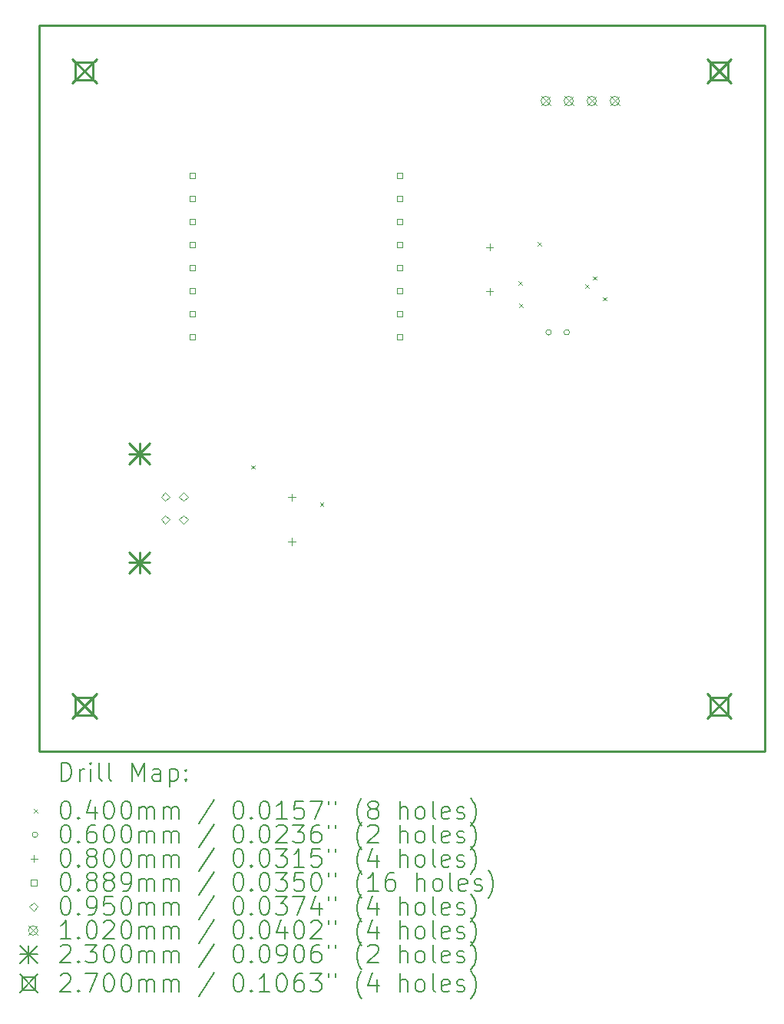
<source format=gbr>
%TF.GenerationSoftware,KiCad,Pcbnew,8.0.6*%
%TF.CreationDate,2025-01-19T14:16:09-05:00*%
%TF.ProjectId,board_stm8_rev2,626f6172-645f-4737-946d-385f72657632,rev?*%
%TF.SameCoordinates,Original*%
%TF.FileFunction,Drillmap*%
%TF.FilePolarity,Positive*%
%FSLAX45Y45*%
G04 Gerber Fmt 4.5, Leading zero omitted, Abs format (unit mm)*
G04 Created by KiCad (PCBNEW 8.0.6) date 2025-01-19 14:16:09*
%MOMM*%
%LPD*%
G01*
G04 APERTURE LIST*
%ADD10C,0.254000*%
%ADD11C,0.200000*%
%ADD12C,0.100000*%
%ADD13C,0.102000*%
%ADD14C,0.230000*%
%ADD15C,0.270000*%
G04 APERTURE END LIST*
D10*
X13000000Y-7000000D02*
X21000000Y-7000000D01*
X13000000Y-15000000D02*
X21000000Y-15000000D01*
X13000000Y-7000000D02*
X13000000Y-15000000D01*
X21000000Y-15000000D02*
X21000000Y-7000000D01*
D11*
D12*
X15340000Y-11845000D02*
X15380000Y-11885000D01*
X15380000Y-11845000D02*
X15340000Y-11885000D01*
X16099360Y-12257890D02*
X16139360Y-12297890D01*
X16139360Y-12257890D02*
X16099360Y-12297890D01*
X18285770Y-9817210D02*
X18325770Y-9857210D01*
X18325770Y-9817210D02*
X18285770Y-9857210D01*
X18294940Y-10064760D02*
X18334940Y-10104760D01*
X18334940Y-10064760D02*
X18294940Y-10104760D01*
X18498450Y-9386750D02*
X18538450Y-9426750D01*
X18538450Y-9386750D02*
X18498450Y-9426750D01*
X19026900Y-9850930D02*
X19066900Y-9890930D01*
X19066900Y-9850930D02*
X19026900Y-9890930D01*
X19111540Y-9761530D02*
X19151540Y-9801530D01*
X19151540Y-9761530D02*
X19111540Y-9801530D01*
X19217790Y-9990980D02*
X19257790Y-10030980D01*
X19257790Y-9990980D02*
X19217790Y-10030980D01*
X18650000Y-10380000D02*
G75*
G02*
X18590000Y-10380000I-30000J0D01*
G01*
X18590000Y-10380000D02*
G75*
G02*
X18650000Y-10380000I30000J0D01*
G01*
X18850000Y-10380000D02*
G75*
G02*
X18790000Y-10380000I-30000J0D01*
G01*
X18790000Y-10380000D02*
G75*
G02*
X18850000Y-10380000I30000J0D01*
G01*
X15789200Y-12156900D02*
X15789200Y-12236900D01*
X15749200Y-12196900D02*
X15829200Y-12196900D01*
X15789200Y-12644900D02*
X15789200Y-12724900D01*
X15749200Y-12684900D02*
X15829200Y-12684900D01*
X17970000Y-9400000D02*
X17970000Y-9480000D01*
X17930000Y-9440000D02*
X18010000Y-9440000D01*
X17970000Y-9888000D02*
X17970000Y-9968000D01*
X17930000Y-9928000D02*
X18010000Y-9928000D01*
X14721431Y-8681431D02*
X14721431Y-8618569D01*
X14658569Y-8618569D01*
X14658569Y-8681431D01*
X14721431Y-8681431D01*
X14721431Y-8935431D02*
X14721431Y-8872569D01*
X14658569Y-8872569D01*
X14658569Y-8935431D01*
X14721431Y-8935431D01*
X14721431Y-9189431D02*
X14721431Y-9126569D01*
X14658569Y-9126569D01*
X14658569Y-9189431D01*
X14721431Y-9189431D01*
X14721431Y-9443431D02*
X14721431Y-9380569D01*
X14658569Y-9380569D01*
X14658569Y-9443431D01*
X14721431Y-9443431D01*
X14721431Y-9697431D02*
X14721431Y-9634569D01*
X14658569Y-9634569D01*
X14658569Y-9697431D01*
X14721431Y-9697431D01*
X14721431Y-9951431D02*
X14721431Y-9888569D01*
X14658569Y-9888569D01*
X14658569Y-9951431D01*
X14721431Y-9951431D01*
X14721431Y-10205431D02*
X14721431Y-10142569D01*
X14658569Y-10142569D01*
X14658569Y-10205431D01*
X14721431Y-10205431D01*
X14721431Y-10459431D02*
X14721431Y-10396569D01*
X14658569Y-10396569D01*
X14658569Y-10459431D01*
X14721431Y-10459431D01*
X17007431Y-8681431D02*
X17007431Y-8618569D01*
X16944569Y-8618569D01*
X16944569Y-8681431D01*
X17007431Y-8681431D01*
X17007431Y-8935431D02*
X17007431Y-8872569D01*
X16944569Y-8872569D01*
X16944569Y-8935431D01*
X17007431Y-8935431D01*
X17007431Y-9189431D02*
X17007431Y-9126569D01*
X16944569Y-9126569D01*
X16944569Y-9189431D01*
X17007431Y-9189431D01*
X17007431Y-9443431D02*
X17007431Y-9380569D01*
X16944569Y-9380569D01*
X16944569Y-9443431D01*
X17007431Y-9443431D01*
X17007431Y-9697431D02*
X17007431Y-9634569D01*
X16944569Y-9634569D01*
X16944569Y-9697431D01*
X17007431Y-9697431D01*
X17007431Y-9951431D02*
X17007431Y-9888569D01*
X16944569Y-9888569D01*
X16944569Y-9951431D01*
X17007431Y-9951431D01*
X17007431Y-10205431D02*
X17007431Y-10142569D01*
X16944569Y-10142569D01*
X16944569Y-10205431D01*
X17007431Y-10205431D01*
X17007431Y-10459431D02*
X17007431Y-10396569D01*
X16944569Y-10396569D01*
X16944569Y-10459431D01*
X17007431Y-10459431D01*
X14395400Y-12241100D02*
X14442900Y-12193600D01*
X14395400Y-12146100D01*
X14347900Y-12193600D01*
X14395400Y-12241100D01*
X14395400Y-12491100D02*
X14442900Y-12443600D01*
X14395400Y-12396100D01*
X14347900Y-12443600D01*
X14395400Y-12491100D01*
X14595400Y-12241100D02*
X14642900Y-12193600D01*
X14595400Y-12146100D01*
X14547900Y-12193600D01*
X14595400Y-12241100D01*
X14595400Y-12491100D02*
X14642900Y-12443600D01*
X14595400Y-12396100D01*
X14547900Y-12443600D01*
X14595400Y-12491100D01*
D13*
X18537000Y-7779000D02*
X18639000Y-7881000D01*
X18639000Y-7779000D02*
X18537000Y-7881000D01*
X18639000Y-7830000D02*
G75*
G02*
X18537000Y-7830000I-51000J0D01*
G01*
X18537000Y-7830000D02*
G75*
G02*
X18639000Y-7830000I51000J0D01*
G01*
X18791000Y-7779000D02*
X18893000Y-7881000D01*
X18893000Y-7779000D02*
X18791000Y-7881000D01*
X18893000Y-7830000D02*
G75*
G02*
X18791000Y-7830000I-51000J0D01*
G01*
X18791000Y-7830000D02*
G75*
G02*
X18893000Y-7830000I51000J0D01*
G01*
X19045000Y-7779000D02*
X19147000Y-7881000D01*
X19147000Y-7779000D02*
X19045000Y-7881000D01*
X19147000Y-7830000D02*
G75*
G02*
X19045000Y-7830000I-51000J0D01*
G01*
X19045000Y-7830000D02*
G75*
G02*
X19147000Y-7830000I51000J0D01*
G01*
X19299000Y-7779000D02*
X19401000Y-7881000D01*
X19401000Y-7779000D02*
X19299000Y-7881000D01*
X19401000Y-7830000D02*
G75*
G02*
X19299000Y-7830000I-51000J0D01*
G01*
X19299000Y-7830000D02*
G75*
G02*
X19401000Y-7830000I51000J0D01*
G01*
D14*
X13994400Y-11603600D02*
X14224400Y-11833600D01*
X14224400Y-11603600D02*
X13994400Y-11833600D01*
X14109400Y-11603600D02*
X14109400Y-11833600D01*
X13994400Y-11718600D02*
X14224400Y-11718600D01*
X13994400Y-12803600D02*
X14224400Y-13033600D01*
X14224400Y-12803600D02*
X13994400Y-13033600D01*
X14109400Y-12803600D02*
X14109400Y-13033600D01*
X13994400Y-12918600D02*
X14224400Y-12918600D01*
D15*
X13365000Y-7365000D02*
X13635000Y-7635000D01*
X13635000Y-7365000D02*
X13365000Y-7635000D01*
X13595460Y-7595460D02*
X13595460Y-7404540D01*
X13404540Y-7404540D01*
X13404540Y-7595460D01*
X13595460Y-7595460D01*
X13365000Y-14365000D02*
X13635000Y-14635000D01*
X13635000Y-14365000D02*
X13365000Y-14635000D01*
X13595460Y-14595460D02*
X13595460Y-14404540D01*
X13404540Y-14404540D01*
X13404540Y-14595460D01*
X13595460Y-14595460D01*
X20365000Y-7365000D02*
X20635000Y-7635000D01*
X20635000Y-7365000D02*
X20365000Y-7635000D01*
X20595460Y-7595460D02*
X20595460Y-7404540D01*
X20404540Y-7404540D01*
X20404540Y-7595460D01*
X20595460Y-7595460D01*
X20365000Y-14365000D02*
X20635000Y-14635000D01*
X20635000Y-14365000D02*
X20365000Y-14635000D01*
X20595460Y-14595460D02*
X20595460Y-14404540D01*
X20404540Y-14404540D01*
X20404540Y-14595460D01*
X20595460Y-14595460D01*
D11*
X13248077Y-15324184D02*
X13248077Y-15124184D01*
X13248077Y-15124184D02*
X13295696Y-15124184D01*
X13295696Y-15124184D02*
X13324267Y-15133708D01*
X13324267Y-15133708D02*
X13343315Y-15152755D01*
X13343315Y-15152755D02*
X13352839Y-15171803D01*
X13352839Y-15171803D02*
X13362362Y-15209898D01*
X13362362Y-15209898D02*
X13362362Y-15238469D01*
X13362362Y-15238469D02*
X13352839Y-15276565D01*
X13352839Y-15276565D02*
X13343315Y-15295612D01*
X13343315Y-15295612D02*
X13324267Y-15314660D01*
X13324267Y-15314660D02*
X13295696Y-15324184D01*
X13295696Y-15324184D02*
X13248077Y-15324184D01*
X13448077Y-15324184D02*
X13448077Y-15190850D01*
X13448077Y-15228946D02*
X13457601Y-15209898D01*
X13457601Y-15209898D02*
X13467124Y-15200374D01*
X13467124Y-15200374D02*
X13486172Y-15190850D01*
X13486172Y-15190850D02*
X13505220Y-15190850D01*
X13571886Y-15324184D02*
X13571886Y-15190850D01*
X13571886Y-15124184D02*
X13562362Y-15133708D01*
X13562362Y-15133708D02*
X13571886Y-15143231D01*
X13571886Y-15143231D02*
X13581410Y-15133708D01*
X13581410Y-15133708D02*
X13571886Y-15124184D01*
X13571886Y-15124184D02*
X13571886Y-15143231D01*
X13695696Y-15324184D02*
X13676648Y-15314660D01*
X13676648Y-15314660D02*
X13667124Y-15295612D01*
X13667124Y-15295612D02*
X13667124Y-15124184D01*
X13800458Y-15324184D02*
X13781410Y-15314660D01*
X13781410Y-15314660D02*
X13771886Y-15295612D01*
X13771886Y-15295612D02*
X13771886Y-15124184D01*
X14029029Y-15324184D02*
X14029029Y-15124184D01*
X14029029Y-15124184D02*
X14095696Y-15267041D01*
X14095696Y-15267041D02*
X14162362Y-15124184D01*
X14162362Y-15124184D02*
X14162362Y-15324184D01*
X14343315Y-15324184D02*
X14343315Y-15219422D01*
X14343315Y-15219422D02*
X14333791Y-15200374D01*
X14333791Y-15200374D02*
X14314743Y-15190850D01*
X14314743Y-15190850D02*
X14276648Y-15190850D01*
X14276648Y-15190850D02*
X14257601Y-15200374D01*
X14343315Y-15314660D02*
X14324267Y-15324184D01*
X14324267Y-15324184D02*
X14276648Y-15324184D01*
X14276648Y-15324184D02*
X14257601Y-15314660D01*
X14257601Y-15314660D02*
X14248077Y-15295612D01*
X14248077Y-15295612D02*
X14248077Y-15276565D01*
X14248077Y-15276565D02*
X14257601Y-15257517D01*
X14257601Y-15257517D02*
X14276648Y-15247993D01*
X14276648Y-15247993D02*
X14324267Y-15247993D01*
X14324267Y-15247993D02*
X14343315Y-15238469D01*
X14438553Y-15190850D02*
X14438553Y-15390850D01*
X14438553Y-15200374D02*
X14457601Y-15190850D01*
X14457601Y-15190850D02*
X14495696Y-15190850D01*
X14495696Y-15190850D02*
X14514743Y-15200374D01*
X14514743Y-15200374D02*
X14524267Y-15209898D01*
X14524267Y-15209898D02*
X14533791Y-15228946D01*
X14533791Y-15228946D02*
X14533791Y-15286088D01*
X14533791Y-15286088D02*
X14524267Y-15305136D01*
X14524267Y-15305136D02*
X14514743Y-15314660D01*
X14514743Y-15314660D02*
X14495696Y-15324184D01*
X14495696Y-15324184D02*
X14457601Y-15324184D01*
X14457601Y-15324184D02*
X14438553Y-15314660D01*
X14619505Y-15305136D02*
X14629029Y-15314660D01*
X14629029Y-15314660D02*
X14619505Y-15324184D01*
X14619505Y-15324184D02*
X14609982Y-15314660D01*
X14609982Y-15314660D02*
X14619505Y-15305136D01*
X14619505Y-15305136D02*
X14619505Y-15324184D01*
X14619505Y-15200374D02*
X14629029Y-15209898D01*
X14629029Y-15209898D02*
X14619505Y-15219422D01*
X14619505Y-15219422D02*
X14609982Y-15209898D01*
X14609982Y-15209898D02*
X14619505Y-15200374D01*
X14619505Y-15200374D02*
X14619505Y-15219422D01*
D12*
X12947300Y-15632700D02*
X12987300Y-15672700D01*
X12987300Y-15632700D02*
X12947300Y-15672700D01*
D11*
X13286172Y-15544184D02*
X13305220Y-15544184D01*
X13305220Y-15544184D02*
X13324267Y-15553708D01*
X13324267Y-15553708D02*
X13333791Y-15563231D01*
X13333791Y-15563231D02*
X13343315Y-15582279D01*
X13343315Y-15582279D02*
X13352839Y-15620374D01*
X13352839Y-15620374D02*
X13352839Y-15667993D01*
X13352839Y-15667993D02*
X13343315Y-15706088D01*
X13343315Y-15706088D02*
X13333791Y-15725136D01*
X13333791Y-15725136D02*
X13324267Y-15734660D01*
X13324267Y-15734660D02*
X13305220Y-15744184D01*
X13305220Y-15744184D02*
X13286172Y-15744184D01*
X13286172Y-15744184D02*
X13267124Y-15734660D01*
X13267124Y-15734660D02*
X13257601Y-15725136D01*
X13257601Y-15725136D02*
X13248077Y-15706088D01*
X13248077Y-15706088D02*
X13238553Y-15667993D01*
X13238553Y-15667993D02*
X13238553Y-15620374D01*
X13238553Y-15620374D02*
X13248077Y-15582279D01*
X13248077Y-15582279D02*
X13257601Y-15563231D01*
X13257601Y-15563231D02*
X13267124Y-15553708D01*
X13267124Y-15553708D02*
X13286172Y-15544184D01*
X13438553Y-15725136D02*
X13448077Y-15734660D01*
X13448077Y-15734660D02*
X13438553Y-15744184D01*
X13438553Y-15744184D02*
X13429029Y-15734660D01*
X13429029Y-15734660D02*
X13438553Y-15725136D01*
X13438553Y-15725136D02*
X13438553Y-15744184D01*
X13619505Y-15610850D02*
X13619505Y-15744184D01*
X13571886Y-15534660D02*
X13524267Y-15677517D01*
X13524267Y-15677517D02*
X13648077Y-15677517D01*
X13762362Y-15544184D02*
X13781410Y-15544184D01*
X13781410Y-15544184D02*
X13800458Y-15553708D01*
X13800458Y-15553708D02*
X13809982Y-15563231D01*
X13809982Y-15563231D02*
X13819505Y-15582279D01*
X13819505Y-15582279D02*
X13829029Y-15620374D01*
X13829029Y-15620374D02*
X13829029Y-15667993D01*
X13829029Y-15667993D02*
X13819505Y-15706088D01*
X13819505Y-15706088D02*
X13809982Y-15725136D01*
X13809982Y-15725136D02*
X13800458Y-15734660D01*
X13800458Y-15734660D02*
X13781410Y-15744184D01*
X13781410Y-15744184D02*
X13762362Y-15744184D01*
X13762362Y-15744184D02*
X13743315Y-15734660D01*
X13743315Y-15734660D02*
X13733791Y-15725136D01*
X13733791Y-15725136D02*
X13724267Y-15706088D01*
X13724267Y-15706088D02*
X13714743Y-15667993D01*
X13714743Y-15667993D02*
X13714743Y-15620374D01*
X13714743Y-15620374D02*
X13724267Y-15582279D01*
X13724267Y-15582279D02*
X13733791Y-15563231D01*
X13733791Y-15563231D02*
X13743315Y-15553708D01*
X13743315Y-15553708D02*
X13762362Y-15544184D01*
X13952839Y-15544184D02*
X13971886Y-15544184D01*
X13971886Y-15544184D02*
X13990934Y-15553708D01*
X13990934Y-15553708D02*
X14000458Y-15563231D01*
X14000458Y-15563231D02*
X14009982Y-15582279D01*
X14009982Y-15582279D02*
X14019505Y-15620374D01*
X14019505Y-15620374D02*
X14019505Y-15667993D01*
X14019505Y-15667993D02*
X14009982Y-15706088D01*
X14009982Y-15706088D02*
X14000458Y-15725136D01*
X14000458Y-15725136D02*
X13990934Y-15734660D01*
X13990934Y-15734660D02*
X13971886Y-15744184D01*
X13971886Y-15744184D02*
X13952839Y-15744184D01*
X13952839Y-15744184D02*
X13933791Y-15734660D01*
X13933791Y-15734660D02*
X13924267Y-15725136D01*
X13924267Y-15725136D02*
X13914743Y-15706088D01*
X13914743Y-15706088D02*
X13905220Y-15667993D01*
X13905220Y-15667993D02*
X13905220Y-15620374D01*
X13905220Y-15620374D02*
X13914743Y-15582279D01*
X13914743Y-15582279D02*
X13924267Y-15563231D01*
X13924267Y-15563231D02*
X13933791Y-15553708D01*
X13933791Y-15553708D02*
X13952839Y-15544184D01*
X14105220Y-15744184D02*
X14105220Y-15610850D01*
X14105220Y-15629898D02*
X14114743Y-15620374D01*
X14114743Y-15620374D02*
X14133791Y-15610850D01*
X14133791Y-15610850D02*
X14162363Y-15610850D01*
X14162363Y-15610850D02*
X14181410Y-15620374D01*
X14181410Y-15620374D02*
X14190934Y-15639422D01*
X14190934Y-15639422D02*
X14190934Y-15744184D01*
X14190934Y-15639422D02*
X14200458Y-15620374D01*
X14200458Y-15620374D02*
X14219505Y-15610850D01*
X14219505Y-15610850D02*
X14248077Y-15610850D01*
X14248077Y-15610850D02*
X14267124Y-15620374D01*
X14267124Y-15620374D02*
X14276648Y-15639422D01*
X14276648Y-15639422D02*
X14276648Y-15744184D01*
X14371886Y-15744184D02*
X14371886Y-15610850D01*
X14371886Y-15629898D02*
X14381410Y-15620374D01*
X14381410Y-15620374D02*
X14400458Y-15610850D01*
X14400458Y-15610850D02*
X14429029Y-15610850D01*
X14429029Y-15610850D02*
X14448077Y-15620374D01*
X14448077Y-15620374D02*
X14457601Y-15639422D01*
X14457601Y-15639422D02*
X14457601Y-15744184D01*
X14457601Y-15639422D02*
X14467124Y-15620374D01*
X14467124Y-15620374D02*
X14486172Y-15610850D01*
X14486172Y-15610850D02*
X14514743Y-15610850D01*
X14514743Y-15610850D02*
X14533791Y-15620374D01*
X14533791Y-15620374D02*
X14543315Y-15639422D01*
X14543315Y-15639422D02*
X14543315Y-15744184D01*
X14933791Y-15534660D02*
X14762363Y-15791803D01*
X15190934Y-15544184D02*
X15209982Y-15544184D01*
X15209982Y-15544184D02*
X15229029Y-15553708D01*
X15229029Y-15553708D02*
X15238553Y-15563231D01*
X15238553Y-15563231D02*
X15248077Y-15582279D01*
X15248077Y-15582279D02*
X15257601Y-15620374D01*
X15257601Y-15620374D02*
X15257601Y-15667993D01*
X15257601Y-15667993D02*
X15248077Y-15706088D01*
X15248077Y-15706088D02*
X15238553Y-15725136D01*
X15238553Y-15725136D02*
X15229029Y-15734660D01*
X15229029Y-15734660D02*
X15209982Y-15744184D01*
X15209982Y-15744184D02*
X15190934Y-15744184D01*
X15190934Y-15744184D02*
X15171886Y-15734660D01*
X15171886Y-15734660D02*
X15162363Y-15725136D01*
X15162363Y-15725136D02*
X15152839Y-15706088D01*
X15152839Y-15706088D02*
X15143315Y-15667993D01*
X15143315Y-15667993D02*
X15143315Y-15620374D01*
X15143315Y-15620374D02*
X15152839Y-15582279D01*
X15152839Y-15582279D02*
X15162363Y-15563231D01*
X15162363Y-15563231D02*
X15171886Y-15553708D01*
X15171886Y-15553708D02*
X15190934Y-15544184D01*
X15343315Y-15725136D02*
X15352839Y-15734660D01*
X15352839Y-15734660D02*
X15343315Y-15744184D01*
X15343315Y-15744184D02*
X15333791Y-15734660D01*
X15333791Y-15734660D02*
X15343315Y-15725136D01*
X15343315Y-15725136D02*
X15343315Y-15744184D01*
X15476648Y-15544184D02*
X15495696Y-15544184D01*
X15495696Y-15544184D02*
X15514744Y-15553708D01*
X15514744Y-15553708D02*
X15524267Y-15563231D01*
X15524267Y-15563231D02*
X15533791Y-15582279D01*
X15533791Y-15582279D02*
X15543315Y-15620374D01*
X15543315Y-15620374D02*
X15543315Y-15667993D01*
X15543315Y-15667993D02*
X15533791Y-15706088D01*
X15533791Y-15706088D02*
X15524267Y-15725136D01*
X15524267Y-15725136D02*
X15514744Y-15734660D01*
X15514744Y-15734660D02*
X15495696Y-15744184D01*
X15495696Y-15744184D02*
X15476648Y-15744184D01*
X15476648Y-15744184D02*
X15457601Y-15734660D01*
X15457601Y-15734660D02*
X15448077Y-15725136D01*
X15448077Y-15725136D02*
X15438553Y-15706088D01*
X15438553Y-15706088D02*
X15429029Y-15667993D01*
X15429029Y-15667993D02*
X15429029Y-15620374D01*
X15429029Y-15620374D02*
X15438553Y-15582279D01*
X15438553Y-15582279D02*
X15448077Y-15563231D01*
X15448077Y-15563231D02*
X15457601Y-15553708D01*
X15457601Y-15553708D02*
X15476648Y-15544184D01*
X15733791Y-15744184D02*
X15619506Y-15744184D01*
X15676648Y-15744184D02*
X15676648Y-15544184D01*
X15676648Y-15544184D02*
X15657601Y-15572755D01*
X15657601Y-15572755D02*
X15638553Y-15591803D01*
X15638553Y-15591803D02*
X15619506Y-15601327D01*
X15914744Y-15544184D02*
X15819506Y-15544184D01*
X15819506Y-15544184D02*
X15809982Y-15639422D01*
X15809982Y-15639422D02*
X15819506Y-15629898D01*
X15819506Y-15629898D02*
X15838553Y-15620374D01*
X15838553Y-15620374D02*
X15886172Y-15620374D01*
X15886172Y-15620374D02*
X15905220Y-15629898D01*
X15905220Y-15629898D02*
X15914744Y-15639422D01*
X15914744Y-15639422D02*
X15924267Y-15658469D01*
X15924267Y-15658469D02*
X15924267Y-15706088D01*
X15924267Y-15706088D02*
X15914744Y-15725136D01*
X15914744Y-15725136D02*
X15905220Y-15734660D01*
X15905220Y-15734660D02*
X15886172Y-15744184D01*
X15886172Y-15744184D02*
X15838553Y-15744184D01*
X15838553Y-15744184D02*
X15819506Y-15734660D01*
X15819506Y-15734660D02*
X15809982Y-15725136D01*
X15990934Y-15544184D02*
X16124267Y-15544184D01*
X16124267Y-15544184D02*
X16038553Y-15744184D01*
X16190934Y-15544184D02*
X16190934Y-15582279D01*
X16267125Y-15544184D02*
X16267125Y-15582279D01*
X16562363Y-15820374D02*
X16552839Y-15810850D01*
X16552839Y-15810850D02*
X16533791Y-15782279D01*
X16533791Y-15782279D02*
X16524268Y-15763231D01*
X16524268Y-15763231D02*
X16514744Y-15734660D01*
X16514744Y-15734660D02*
X16505220Y-15687041D01*
X16505220Y-15687041D02*
X16505220Y-15648946D01*
X16505220Y-15648946D02*
X16514744Y-15601327D01*
X16514744Y-15601327D02*
X16524268Y-15572755D01*
X16524268Y-15572755D02*
X16533791Y-15553708D01*
X16533791Y-15553708D02*
X16552839Y-15525136D01*
X16552839Y-15525136D02*
X16562363Y-15515612D01*
X16667125Y-15629898D02*
X16648077Y-15620374D01*
X16648077Y-15620374D02*
X16638553Y-15610850D01*
X16638553Y-15610850D02*
X16629029Y-15591803D01*
X16629029Y-15591803D02*
X16629029Y-15582279D01*
X16629029Y-15582279D02*
X16638553Y-15563231D01*
X16638553Y-15563231D02*
X16648077Y-15553708D01*
X16648077Y-15553708D02*
X16667125Y-15544184D01*
X16667125Y-15544184D02*
X16705220Y-15544184D01*
X16705220Y-15544184D02*
X16724268Y-15553708D01*
X16724268Y-15553708D02*
X16733791Y-15563231D01*
X16733791Y-15563231D02*
X16743315Y-15582279D01*
X16743315Y-15582279D02*
X16743315Y-15591803D01*
X16743315Y-15591803D02*
X16733791Y-15610850D01*
X16733791Y-15610850D02*
X16724268Y-15620374D01*
X16724268Y-15620374D02*
X16705220Y-15629898D01*
X16705220Y-15629898D02*
X16667125Y-15629898D01*
X16667125Y-15629898D02*
X16648077Y-15639422D01*
X16648077Y-15639422D02*
X16638553Y-15648946D01*
X16638553Y-15648946D02*
X16629029Y-15667993D01*
X16629029Y-15667993D02*
X16629029Y-15706088D01*
X16629029Y-15706088D02*
X16638553Y-15725136D01*
X16638553Y-15725136D02*
X16648077Y-15734660D01*
X16648077Y-15734660D02*
X16667125Y-15744184D01*
X16667125Y-15744184D02*
X16705220Y-15744184D01*
X16705220Y-15744184D02*
X16724268Y-15734660D01*
X16724268Y-15734660D02*
X16733791Y-15725136D01*
X16733791Y-15725136D02*
X16743315Y-15706088D01*
X16743315Y-15706088D02*
X16743315Y-15667993D01*
X16743315Y-15667993D02*
X16733791Y-15648946D01*
X16733791Y-15648946D02*
X16724268Y-15639422D01*
X16724268Y-15639422D02*
X16705220Y-15629898D01*
X16981411Y-15744184D02*
X16981411Y-15544184D01*
X17067125Y-15744184D02*
X17067125Y-15639422D01*
X17067125Y-15639422D02*
X17057601Y-15620374D01*
X17057601Y-15620374D02*
X17038553Y-15610850D01*
X17038553Y-15610850D02*
X17009982Y-15610850D01*
X17009982Y-15610850D02*
X16990934Y-15620374D01*
X16990934Y-15620374D02*
X16981411Y-15629898D01*
X17190934Y-15744184D02*
X17171887Y-15734660D01*
X17171887Y-15734660D02*
X17162363Y-15725136D01*
X17162363Y-15725136D02*
X17152839Y-15706088D01*
X17152839Y-15706088D02*
X17152839Y-15648946D01*
X17152839Y-15648946D02*
X17162363Y-15629898D01*
X17162363Y-15629898D02*
X17171887Y-15620374D01*
X17171887Y-15620374D02*
X17190934Y-15610850D01*
X17190934Y-15610850D02*
X17219506Y-15610850D01*
X17219506Y-15610850D02*
X17238553Y-15620374D01*
X17238553Y-15620374D02*
X17248077Y-15629898D01*
X17248077Y-15629898D02*
X17257601Y-15648946D01*
X17257601Y-15648946D02*
X17257601Y-15706088D01*
X17257601Y-15706088D02*
X17248077Y-15725136D01*
X17248077Y-15725136D02*
X17238553Y-15734660D01*
X17238553Y-15734660D02*
X17219506Y-15744184D01*
X17219506Y-15744184D02*
X17190934Y-15744184D01*
X17371887Y-15744184D02*
X17352839Y-15734660D01*
X17352839Y-15734660D02*
X17343315Y-15715612D01*
X17343315Y-15715612D02*
X17343315Y-15544184D01*
X17524268Y-15734660D02*
X17505220Y-15744184D01*
X17505220Y-15744184D02*
X17467125Y-15744184D01*
X17467125Y-15744184D02*
X17448077Y-15734660D01*
X17448077Y-15734660D02*
X17438553Y-15715612D01*
X17438553Y-15715612D02*
X17438553Y-15639422D01*
X17438553Y-15639422D02*
X17448077Y-15620374D01*
X17448077Y-15620374D02*
X17467125Y-15610850D01*
X17467125Y-15610850D02*
X17505220Y-15610850D01*
X17505220Y-15610850D02*
X17524268Y-15620374D01*
X17524268Y-15620374D02*
X17533792Y-15639422D01*
X17533792Y-15639422D02*
X17533792Y-15658469D01*
X17533792Y-15658469D02*
X17438553Y-15677517D01*
X17609982Y-15734660D02*
X17629030Y-15744184D01*
X17629030Y-15744184D02*
X17667125Y-15744184D01*
X17667125Y-15744184D02*
X17686173Y-15734660D01*
X17686173Y-15734660D02*
X17695696Y-15715612D01*
X17695696Y-15715612D02*
X17695696Y-15706088D01*
X17695696Y-15706088D02*
X17686173Y-15687041D01*
X17686173Y-15687041D02*
X17667125Y-15677517D01*
X17667125Y-15677517D02*
X17638553Y-15677517D01*
X17638553Y-15677517D02*
X17619506Y-15667993D01*
X17619506Y-15667993D02*
X17609982Y-15648946D01*
X17609982Y-15648946D02*
X17609982Y-15639422D01*
X17609982Y-15639422D02*
X17619506Y-15620374D01*
X17619506Y-15620374D02*
X17638553Y-15610850D01*
X17638553Y-15610850D02*
X17667125Y-15610850D01*
X17667125Y-15610850D02*
X17686173Y-15620374D01*
X17762363Y-15820374D02*
X17771887Y-15810850D01*
X17771887Y-15810850D02*
X17790934Y-15782279D01*
X17790934Y-15782279D02*
X17800458Y-15763231D01*
X17800458Y-15763231D02*
X17809982Y-15734660D01*
X17809982Y-15734660D02*
X17819506Y-15687041D01*
X17819506Y-15687041D02*
X17819506Y-15648946D01*
X17819506Y-15648946D02*
X17809982Y-15601327D01*
X17809982Y-15601327D02*
X17800458Y-15572755D01*
X17800458Y-15572755D02*
X17790934Y-15553708D01*
X17790934Y-15553708D02*
X17771887Y-15525136D01*
X17771887Y-15525136D02*
X17762363Y-15515612D01*
D12*
X12987300Y-15916700D02*
G75*
G02*
X12927300Y-15916700I-30000J0D01*
G01*
X12927300Y-15916700D02*
G75*
G02*
X12987300Y-15916700I30000J0D01*
G01*
D11*
X13286172Y-15808184D02*
X13305220Y-15808184D01*
X13305220Y-15808184D02*
X13324267Y-15817708D01*
X13324267Y-15817708D02*
X13333791Y-15827231D01*
X13333791Y-15827231D02*
X13343315Y-15846279D01*
X13343315Y-15846279D02*
X13352839Y-15884374D01*
X13352839Y-15884374D02*
X13352839Y-15931993D01*
X13352839Y-15931993D02*
X13343315Y-15970088D01*
X13343315Y-15970088D02*
X13333791Y-15989136D01*
X13333791Y-15989136D02*
X13324267Y-15998660D01*
X13324267Y-15998660D02*
X13305220Y-16008184D01*
X13305220Y-16008184D02*
X13286172Y-16008184D01*
X13286172Y-16008184D02*
X13267124Y-15998660D01*
X13267124Y-15998660D02*
X13257601Y-15989136D01*
X13257601Y-15989136D02*
X13248077Y-15970088D01*
X13248077Y-15970088D02*
X13238553Y-15931993D01*
X13238553Y-15931993D02*
X13238553Y-15884374D01*
X13238553Y-15884374D02*
X13248077Y-15846279D01*
X13248077Y-15846279D02*
X13257601Y-15827231D01*
X13257601Y-15827231D02*
X13267124Y-15817708D01*
X13267124Y-15817708D02*
X13286172Y-15808184D01*
X13438553Y-15989136D02*
X13448077Y-15998660D01*
X13448077Y-15998660D02*
X13438553Y-16008184D01*
X13438553Y-16008184D02*
X13429029Y-15998660D01*
X13429029Y-15998660D02*
X13438553Y-15989136D01*
X13438553Y-15989136D02*
X13438553Y-16008184D01*
X13619505Y-15808184D02*
X13581410Y-15808184D01*
X13581410Y-15808184D02*
X13562362Y-15817708D01*
X13562362Y-15817708D02*
X13552839Y-15827231D01*
X13552839Y-15827231D02*
X13533791Y-15855803D01*
X13533791Y-15855803D02*
X13524267Y-15893898D01*
X13524267Y-15893898D02*
X13524267Y-15970088D01*
X13524267Y-15970088D02*
X13533791Y-15989136D01*
X13533791Y-15989136D02*
X13543315Y-15998660D01*
X13543315Y-15998660D02*
X13562362Y-16008184D01*
X13562362Y-16008184D02*
X13600458Y-16008184D01*
X13600458Y-16008184D02*
X13619505Y-15998660D01*
X13619505Y-15998660D02*
X13629029Y-15989136D01*
X13629029Y-15989136D02*
X13638553Y-15970088D01*
X13638553Y-15970088D02*
X13638553Y-15922469D01*
X13638553Y-15922469D02*
X13629029Y-15903422D01*
X13629029Y-15903422D02*
X13619505Y-15893898D01*
X13619505Y-15893898D02*
X13600458Y-15884374D01*
X13600458Y-15884374D02*
X13562362Y-15884374D01*
X13562362Y-15884374D02*
X13543315Y-15893898D01*
X13543315Y-15893898D02*
X13533791Y-15903422D01*
X13533791Y-15903422D02*
X13524267Y-15922469D01*
X13762362Y-15808184D02*
X13781410Y-15808184D01*
X13781410Y-15808184D02*
X13800458Y-15817708D01*
X13800458Y-15817708D02*
X13809982Y-15827231D01*
X13809982Y-15827231D02*
X13819505Y-15846279D01*
X13819505Y-15846279D02*
X13829029Y-15884374D01*
X13829029Y-15884374D02*
X13829029Y-15931993D01*
X13829029Y-15931993D02*
X13819505Y-15970088D01*
X13819505Y-15970088D02*
X13809982Y-15989136D01*
X13809982Y-15989136D02*
X13800458Y-15998660D01*
X13800458Y-15998660D02*
X13781410Y-16008184D01*
X13781410Y-16008184D02*
X13762362Y-16008184D01*
X13762362Y-16008184D02*
X13743315Y-15998660D01*
X13743315Y-15998660D02*
X13733791Y-15989136D01*
X13733791Y-15989136D02*
X13724267Y-15970088D01*
X13724267Y-15970088D02*
X13714743Y-15931993D01*
X13714743Y-15931993D02*
X13714743Y-15884374D01*
X13714743Y-15884374D02*
X13724267Y-15846279D01*
X13724267Y-15846279D02*
X13733791Y-15827231D01*
X13733791Y-15827231D02*
X13743315Y-15817708D01*
X13743315Y-15817708D02*
X13762362Y-15808184D01*
X13952839Y-15808184D02*
X13971886Y-15808184D01*
X13971886Y-15808184D02*
X13990934Y-15817708D01*
X13990934Y-15817708D02*
X14000458Y-15827231D01*
X14000458Y-15827231D02*
X14009982Y-15846279D01*
X14009982Y-15846279D02*
X14019505Y-15884374D01*
X14019505Y-15884374D02*
X14019505Y-15931993D01*
X14019505Y-15931993D02*
X14009982Y-15970088D01*
X14009982Y-15970088D02*
X14000458Y-15989136D01*
X14000458Y-15989136D02*
X13990934Y-15998660D01*
X13990934Y-15998660D02*
X13971886Y-16008184D01*
X13971886Y-16008184D02*
X13952839Y-16008184D01*
X13952839Y-16008184D02*
X13933791Y-15998660D01*
X13933791Y-15998660D02*
X13924267Y-15989136D01*
X13924267Y-15989136D02*
X13914743Y-15970088D01*
X13914743Y-15970088D02*
X13905220Y-15931993D01*
X13905220Y-15931993D02*
X13905220Y-15884374D01*
X13905220Y-15884374D02*
X13914743Y-15846279D01*
X13914743Y-15846279D02*
X13924267Y-15827231D01*
X13924267Y-15827231D02*
X13933791Y-15817708D01*
X13933791Y-15817708D02*
X13952839Y-15808184D01*
X14105220Y-16008184D02*
X14105220Y-15874850D01*
X14105220Y-15893898D02*
X14114743Y-15884374D01*
X14114743Y-15884374D02*
X14133791Y-15874850D01*
X14133791Y-15874850D02*
X14162363Y-15874850D01*
X14162363Y-15874850D02*
X14181410Y-15884374D01*
X14181410Y-15884374D02*
X14190934Y-15903422D01*
X14190934Y-15903422D02*
X14190934Y-16008184D01*
X14190934Y-15903422D02*
X14200458Y-15884374D01*
X14200458Y-15884374D02*
X14219505Y-15874850D01*
X14219505Y-15874850D02*
X14248077Y-15874850D01*
X14248077Y-15874850D02*
X14267124Y-15884374D01*
X14267124Y-15884374D02*
X14276648Y-15903422D01*
X14276648Y-15903422D02*
X14276648Y-16008184D01*
X14371886Y-16008184D02*
X14371886Y-15874850D01*
X14371886Y-15893898D02*
X14381410Y-15884374D01*
X14381410Y-15884374D02*
X14400458Y-15874850D01*
X14400458Y-15874850D02*
X14429029Y-15874850D01*
X14429029Y-15874850D02*
X14448077Y-15884374D01*
X14448077Y-15884374D02*
X14457601Y-15903422D01*
X14457601Y-15903422D02*
X14457601Y-16008184D01*
X14457601Y-15903422D02*
X14467124Y-15884374D01*
X14467124Y-15884374D02*
X14486172Y-15874850D01*
X14486172Y-15874850D02*
X14514743Y-15874850D01*
X14514743Y-15874850D02*
X14533791Y-15884374D01*
X14533791Y-15884374D02*
X14543315Y-15903422D01*
X14543315Y-15903422D02*
X14543315Y-16008184D01*
X14933791Y-15798660D02*
X14762363Y-16055803D01*
X15190934Y-15808184D02*
X15209982Y-15808184D01*
X15209982Y-15808184D02*
X15229029Y-15817708D01*
X15229029Y-15817708D02*
X15238553Y-15827231D01*
X15238553Y-15827231D02*
X15248077Y-15846279D01*
X15248077Y-15846279D02*
X15257601Y-15884374D01*
X15257601Y-15884374D02*
X15257601Y-15931993D01*
X15257601Y-15931993D02*
X15248077Y-15970088D01*
X15248077Y-15970088D02*
X15238553Y-15989136D01*
X15238553Y-15989136D02*
X15229029Y-15998660D01*
X15229029Y-15998660D02*
X15209982Y-16008184D01*
X15209982Y-16008184D02*
X15190934Y-16008184D01*
X15190934Y-16008184D02*
X15171886Y-15998660D01*
X15171886Y-15998660D02*
X15162363Y-15989136D01*
X15162363Y-15989136D02*
X15152839Y-15970088D01*
X15152839Y-15970088D02*
X15143315Y-15931993D01*
X15143315Y-15931993D02*
X15143315Y-15884374D01*
X15143315Y-15884374D02*
X15152839Y-15846279D01*
X15152839Y-15846279D02*
X15162363Y-15827231D01*
X15162363Y-15827231D02*
X15171886Y-15817708D01*
X15171886Y-15817708D02*
X15190934Y-15808184D01*
X15343315Y-15989136D02*
X15352839Y-15998660D01*
X15352839Y-15998660D02*
X15343315Y-16008184D01*
X15343315Y-16008184D02*
X15333791Y-15998660D01*
X15333791Y-15998660D02*
X15343315Y-15989136D01*
X15343315Y-15989136D02*
X15343315Y-16008184D01*
X15476648Y-15808184D02*
X15495696Y-15808184D01*
X15495696Y-15808184D02*
X15514744Y-15817708D01*
X15514744Y-15817708D02*
X15524267Y-15827231D01*
X15524267Y-15827231D02*
X15533791Y-15846279D01*
X15533791Y-15846279D02*
X15543315Y-15884374D01*
X15543315Y-15884374D02*
X15543315Y-15931993D01*
X15543315Y-15931993D02*
X15533791Y-15970088D01*
X15533791Y-15970088D02*
X15524267Y-15989136D01*
X15524267Y-15989136D02*
X15514744Y-15998660D01*
X15514744Y-15998660D02*
X15495696Y-16008184D01*
X15495696Y-16008184D02*
X15476648Y-16008184D01*
X15476648Y-16008184D02*
X15457601Y-15998660D01*
X15457601Y-15998660D02*
X15448077Y-15989136D01*
X15448077Y-15989136D02*
X15438553Y-15970088D01*
X15438553Y-15970088D02*
X15429029Y-15931993D01*
X15429029Y-15931993D02*
X15429029Y-15884374D01*
X15429029Y-15884374D02*
X15438553Y-15846279D01*
X15438553Y-15846279D02*
X15448077Y-15827231D01*
X15448077Y-15827231D02*
X15457601Y-15817708D01*
X15457601Y-15817708D02*
X15476648Y-15808184D01*
X15619506Y-15827231D02*
X15629029Y-15817708D01*
X15629029Y-15817708D02*
X15648077Y-15808184D01*
X15648077Y-15808184D02*
X15695696Y-15808184D01*
X15695696Y-15808184D02*
X15714744Y-15817708D01*
X15714744Y-15817708D02*
X15724267Y-15827231D01*
X15724267Y-15827231D02*
X15733791Y-15846279D01*
X15733791Y-15846279D02*
X15733791Y-15865327D01*
X15733791Y-15865327D02*
X15724267Y-15893898D01*
X15724267Y-15893898D02*
X15609982Y-16008184D01*
X15609982Y-16008184D02*
X15733791Y-16008184D01*
X15800458Y-15808184D02*
X15924267Y-15808184D01*
X15924267Y-15808184D02*
X15857601Y-15884374D01*
X15857601Y-15884374D02*
X15886172Y-15884374D01*
X15886172Y-15884374D02*
X15905220Y-15893898D01*
X15905220Y-15893898D02*
X15914744Y-15903422D01*
X15914744Y-15903422D02*
X15924267Y-15922469D01*
X15924267Y-15922469D02*
X15924267Y-15970088D01*
X15924267Y-15970088D02*
X15914744Y-15989136D01*
X15914744Y-15989136D02*
X15905220Y-15998660D01*
X15905220Y-15998660D02*
X15886172Y-16008184D01*
X15886172Y-16008184D02*
X15829029Y-16008184D01*
X15829029Y-16008184D02*
X15809982Y-15998660D01*
X15809982Y-15998660D02*
X15800458Y-15989136D01*
X16095696Y-15808184D02*
X16057601Y-15808184D01*
X16057601Y-15808184D02*
X16038553Y-15817708D01*
X16038553Y-15817708D02*
X16029029Y-15827231D01*
X16029029Y-15827231D02*
X16009982Y-15855803D01*
X16009982Y-15855803D02*
X16000458Y-15893898D01*
X16000458Y-15893898D02*
X16000458Y-15970088D01*
X16000458Y-15970088D02*
X16009982Y-15989136D01*
X16009982Y-15989136D02*
X16019506Y-15998660D01*
X16019506Y-15998660D02*
X16038553Y-16008184D01*
X16038553Y-16008184D02*
X16076648Y-16008184D01*
X16076648Y-16008184D02*
X16095696Y-15998660D01*
X16095696Y-15998660D02*
X16105220Y-15989136D01*
X16105220Y-15989136D02*
X16114744Y-15970088D01*
X16114744Y-15970088D02*
X16114744Y-15922469D01*
X16114744Y-15922469D02*
X16105220Y-15903422D01*
X16105220Y-15903422D02*
X16095696Y-15893898D01*
X16095696Y-15893898D02*
X16076648Y-15884374D01*
X16076648Y-15884374D02*
X16038553Y-15884374D01*
X16038553Y-15884374D02*
X16019506Y-15893898D01*
X16019506Y-15893898D02*
X16009982Y-15903422D01*
X16009982Y-15903422D02*
X16000458Y-15922469D01*
X16190934Y-15808184D02*
X16190934Y-15846279D01*
X16267125Y-15808184D02*
X16267125Y-15846279D01*
X16562363Y-16084374D02*
X16552839Y-16074850D01*
X16552839Y-16074850D02*
X16533791Y-16046279D01*
X16533791Y-16046279D02*
X16524268Y-16027231D01*
X16524268Y-16027231D02*
X16514744Y-15998660D01*
X16514744Y-15998660D02*
X16505220Y-15951041D01*
X16505220Y-15951041D02*
X16505220Y-15912946D01*
X16505220Y-15912946D02*
X16514744Y-15865327D01*
X16514744Y-15865327D02*
X16524268Y-15836755D01*
X16524268Y-15836755D02*
X16533791Y-15817708D01*
X16533791Y-15817708D02*
X16552839Y-15789136D01*
X16552839Y-15789136D02*
X16562363Y-15779612D01*
X16629029Y-15827231D02*
X16638553Y-15817708D01*
X16638553Y-15817708D02*
X16657601Y-15808184D01*
X16657601Y-15808184D02*
X16705220Y-15808184D01*
X16705220Y-15808184D02*
X16724268Y-15817708D01*
X16724268Y-15817708D02*
X16733791Y-15827231D01*
X16733791Y-15827231D02*
X16743315Y-15846279D01*
X16743315Y-15846279D02*
X16743315Y-15865327D01*
X16743315Y-15865327D02*
X16733791Y-15893898D01*
X16733791Y-15893898D02*
X16619506Y-16008184D01*
X16619506Y-16008184D02*
X16743315Y-16008184D01*
X16981411Y-16008184D02*
X16981411Y-15808184D01*
X17067125Y-16008184D02*
X17067125Y-15903422D01*
X17067125Y-15903422D02*
X17057601Y-15884374D01*
X17057601Y-15884374D02*
X17038553Y-15874850D01*
X17038553Y-15874850D02*
X17009982Y-15874850D01*
X17009982Y-15874850D02*
X16990934Y-15884374D01*
X16990934Y-15884374D02*
X16981411Y-15893898D01*
X17190934Y-16008184D02*
X17171887Y-15998660D01*
X17171887Y-15998660D02*
X17162363Y-15989136D01*
X17162363Y-15989136D02*
X17152839Y-15970088D01*
X17152839Y-15970088D02*
X17152839Y-15912946D01*
X17152839Y-15912946D02*
X17162363Y-15893898D01*
X17162363Y-15893898D02*
X17171887Y-15884374D01*
X17171887Y-15884374D02*
X17190934Y-15874850D01*
X17190934Y-15874850D02*
X17219506Y-15874850D01*
X17219506Y-15874850D02*
X17238553Y-15884374D01*
X17238553Y-15884374D02*
X17248077Y-15893898D01*
X17248077Y-15893898D02*
X17257601Y-15912946D01*
X17257601Y-15912946D02*
X17257601Y-15970088D01*
X17257601Y-15970088D02*
X17248077Y-15989136D01*
X17248077Y-15989136D02*
X17238553Y-15998660D01*
X17238553Y-15998660D02*
X17219506Y-16008184D01*
X17219506Y-16008184D02*
X17190934Y-16008184D01*
X17371887Y-16008184D02*
X17352839Y-15998660D01*
X17352839Y-15998660D02*
X17343315Y-15979612D01*
X17343315Y-15979612D02*
X17343315Y-15808184D01*
X17524268Y-15998660D02*
X17505220Y-16008184D01*
X17505220Y-16008184D02*
X17467125Y-16008184D01*
X17467125Y-16008184D02*
X17448077Y-15998660D01*
X17448077Y-15998660D02*
X17438553Y-15979612D01*
X17438553Y-15979612D02*
X17438553Y-15903422D01*
X17438553Y-15903422D02*
X17448077Y-15884374D01*
X17448077Y-15884374D02*
X17467125Y-15874850D01*
X17467125Y-15874850D02*
X17505220Y-15874850D01*
X17505220Y-15874850D02*
X17524268Y-15884374D01*
X17524268Y-15884374D02*
X17533792Y-15903422D01*
X17533792Y-15903422D02*
X17533792Y-15922469D01*
X17533792Y-15922469D02*
X17438553Y-15941517D01*
X17609982Y-15998660D02*
X17629030Y-16008184D01*
X17629030Y-16008184D02*
X17667125Y-16008184D01*
X17667125Y-16008184D02*
X17686173Y-15998660D01*
X17686173Y-15998660D02*
X17695696Y-15979612D01*
X17695696Y-15979612D02*
X17695696Y-15970088D01*
X17695696Y-15970088D02*
X17686173Y-15951041D01*
X17686173Y-15951041D02*
X17667125Y-15941517D01*
X17667125Y-15941517D02*
X17638553Y-15941517D01*
X17638553Y-15941517D02*
X17619506Y-15931993D01*
X17619506Y-15931993D02*
X17609982Y-15912946D01*
X17609982Y-15912946D02*
X17609982Y-15903422D01*
X17609982Y-15903422D02*
X17619506Y-15884374D01*
X17619506Y-15884374D02*
X17638553Y-15874850D01*
X17638553Y-15874850D02*
X17667125Y-15874850D01*
X17667125Y-15874850D02*
X17686173Y-15884374D01*
X17762363Y-16084374D02*
X17771887Y-16074850D01*
X17771887Y-16074850D02*
X17790934Y-16046279D01*
X17790934Y-16046279D02*
X17800458Y-16027231D01*
X17800458Y-16027231D02*
X17809982Y-15998660D01*
X17809982Y-15998660D02*
X17819506Y-15951041D01*
X17819506Y-15951041D02*
X17819506Y-15912946D01*
X17819506Y-15912946D02*
X17809982Y-15865327D01*
X17809982Y-15865327D02*
X17800458Y-15836755D01*
X17800458Y-15836755D02*
X17790934Y-15817708D01*
X17790934Y-15817708D02*
X17771887Y-15789136D01*
X17771887Y-15789136D02*
X17762363Y-15779612D01*
D12*
X12947300Y-16140700D02*
X12947300Y-16220700D01*
X12907300Y-16180700D02*
X12987300Y-16180700D01*
D11*
X13286172Y-16072184D02*
X13305220Y-16072184D01*
X13305220Y-16072184D02*
X13324267Y-16081708D01*
X13324267Y-16081708D02*
X13333791Y-16091231D01*
X13333791Y-16091231D02*
X13343315Y-16110279D01*
X13343315Y-16110279D02*
X13352839Y-16148374D01*
X13352839Y-16148374D02*
X13352839Y-16195993D01*
X13352839Y-16195993D02*
X13343315Y-16234088D01*
X13343315Y-16234088D02*
X13333791Y-16253136D01*
X13333791Y-16253136D02*
X13324267Y-16262660D01*
X13324267Y-16262660D02*
X13305220Y-16272184D01*
X13305220Y-16272184D02*
X13286172Y-16272184D01*
X13286172Y-16272184D02*
X13267124Y-16262660D01*
X13267124Y-16262660D02*
X13257601Y-16253136D01*
X13257601Y-16253136D02*
X13248077Y-16234088D01*
X13248077Y-16234088D02*
X13238553Y-16195993D01*
X13238553Y-16195993D02*
X13238553Y-16148374D01*
X13238553Y-16148374D02*
X13248077Y-16110279D01*
X13248077Y-16110279D02*
X13257601Y-16091231D01*
X13257601Y-16091231D02*
X13267124Y-16081708D01*
X13267124Y-16081708D02*
X13286172Y-16072184D01*
X13438553Y-16253136D02*
X13448077Y-16262660D01*
X13448077Y-16262660D02*
X13438553Y-16272184D01*
X13438553Y-16272184D02*
X13429029Y-16262660D01*
X13429029Y-16262660D02*
X13438553Y-16253136D01*
X13438553Y-16253136D02*
X13438553Y-16272184D01*
X13562362Y-16157898D02*
X13543315Y-16148374D01*
X13543315Y-16148374D02*
X13533791Y-16138850D01*
X13533791Y-16138850D02*
X13524267Y-16119803D01*
X13524267Y-16119803D02*
X13524267Y-16110279D01*
X13524267Y-16110279D02*
X13533791Y-16091231D01*
X13533791Y-16091231D02*
X13543315Y-16081708D01*
X13543315Y-16081708D02*
X13562362Y-16072184D01*
X13562362Y-16072184D02*
X13600458Y-16072184D01*
X13600458Y-16072184D02*
X13619505Y-16081708D01*
X13619505Y-16081708D02*
X13629029Y-16091231D01*
X13629029Y-16091231D02*
X13638553Y-16110279D01*
X13638553Y-16110279D02*
X13638553Y-16119803D01*
X13638553Y-16119803D02*
X13629029Y-16138850D01*
X13629029Y-16138850D02*
X13619505Y-16148374D01*
X13619505Y-16148374D02*
X13600458Y-16157898D01*
X13600458Y-16157898D02*
X13562362Y-16157898D01*
X13562362Y-16157898D02*
X13543315Y-16167422D01*
X13543315Y-16167422D02*
X13533791Y-16176946D01*
X13533791Y-16176946D02*
X13524267Y-16195993D01*
X13524267Y-16195993D02*
X13524267Y-16234088D01*
X13524267Y-16234088D02*
X13533791Y-16253136D01*
X13533791Y-16253136D02*
X13543315Y-16262660D01*
X13543315Y-16262660D02*
X13562362Y-16272184D01*
X13562362Y-16272184D02*
X13600458Y-16272184D01*
X13600458Y-16272184D02*
X13619505Y-16262660D01*
X13619505Y-16262660D02*
X13629029Y-16253136D01*
X13629029Y-16253136D02*
X13638553Y-16234088D01*
X13638553Y-16234088D02*
X13638553Y-16195993D01*
X13638553Y-16195993D02*
X13629029Y-16176946D01*
X13629029Y-16176946D02*
X13619505Y-16167422D01*
X13619505Y-16167422D02*
X13600458Y-16157898D01*
X13762362Y-16072184D02*
X13781410Y-16072184D01*
X13781410Y-16072184D02*
X13800458Y-16081708D01*
X13800458Y-16081708D02*
X13809982Y-16091231D01*
X13809982Y-16091231D02*
X13819505Y-16110279D01*
X13819505Y-16110279D02*
X13829029Y-16148374D01*
X13829029Y-16148374D02*
X13829029Y-16195993D01*
X13829029Y-16195993D02*
X13819505Y-16234088D01*
X13819505Y-16234088D02*
X13809982Y-16253136D01*
X13809982Y-16253136D02*
X13800458Y-16262660D01*
X13800458Y-16262660D02*
X13781410Y-16272184D01*
X13781410Y-16272184D02*
X13762362Y-16272184D01*
X13762362Y-16272184D02*
X13743315Y-16262660D01*
X13743315Y-16262660D02*
X13733791Y-16253136D01*
X13733791Y-16253136D02*
X13724267Y-16234088D01*
X13724267Y-16234088D02*
X13714743Y-16195993D01*
X13714743Y-16195993D02*
X13714743Y-16148374D01*
X13714743Y-16148374D02*
X13724267Y-16110279D01*
X13724267Y-16110279D02*
X13733791Y-16091231D01*
X13733791Y-16091231D02*
X13743315Y-16081708D01*
X13743315Y-16081708D02*
X13762362Y-16072184D01*
X13952839Y-16072184D02*
X13971886Y-16072184D01*
X13971886Y-16072184D02*
X13990934Y-16081708D01*
X13990934Y-16081708D02*
X14000458Y-16091231D01*
X14000458Y-16091231D02*
X14009982Y-16110279D01*
X14009982Y-16110279D02*
X14019505Y-16148374D01*
X14019505Y-16148374D02*
X14019505Y-16195993D01*
X14019505Y-16195993D02*
X14009982Y-16234088D01*
X14009982Y-16234088D02*
X14000458Y-16253136D01*
X14000458Y-16253136D02*
X13990934Y-16262660D01*
X13990934Y-16262660D02*
X13971886Y-16272184D01*
X13971886Y-16272184D02*
X13952839Y-16272184D01*
X13952839Y-16272184D02*
X13933791Y-16262660D01*
X13933791Y-16262660D02*
X13924267Y-16253136D01*
X13924267Y-16253136D02*
X13914743Y-16234088D01*
X13914743Y-16234088D02*
X13905220Y-16195993D01*
X13905220Y-16195993D02*
X13905220Y-16148374D01*
X13905220Y-16148374D02*
X13914743Y-16110279D01*
X13914743Y-16110279D02*
X13924267Y-16091231D01*
X13924267Y-16091231D02*
X13933791Y-16081708D01*
X13933791Y-16081708D02*
X13952839Y-16072184D01*
X14105220Y-16272184D02*
X14105220Y-16138850D01*
X14105220Y-16157898D02*
X14114743Y-16148374D01*
X14114743Y-16148374D02*
X14133791Y-16138850D01*
X14133791Y-16138850D02*
X14162363Y-16138850D01*
X14162363Y-16138850D02*
X14181410Y-16148374D01*
X14181410Y-16148374D02*
X14190934Y-16167422D01*
X14190934Y-16167422D02*
X14190934Y-16272184D01*
X14190934Y-16167422D02*
X14200458Y-16148374D01*
X14200458Y-16148374D02*
X14219505Y-16138850D01*
X14219505Y-16138850D02*
X14248077Y-16138850D01*
X14248077Y-16138850D02*
X14267124Y-16148374D01*
X14267124Y-16148374D02*
X14276648Y-16167422D01*
X14276648Y-16167422D02*
X14276648Y-16272184D01*
X14371886Y-16272184D02*
X14371886Y-16138850D01*
X14371886Y-16157898D02*
X14381410Y-16148374D01*
X14381410Y-16148374D02*
X14400458Y-16138850D01*
X14400458Y-16138850D02*
X14429029Y-16138850D01*
X14429029Y-16138850D02*
X14448077Y-16148374D01*
X14448077Y-16148374D02*
X14457601Y-16167422D01*
X14457601Y-16167422D02*
X14457601Y-16272184D01*
X14457601Y-16167422D02*
X14467124Y-16148374D01*
X14467124Y-16148374D02*
X14486172Y-16138850D01*
X14486172Y-16138850D02*
X14514743Y-16138850D01*
X14514743Y-16138850D02*
X14533791Y-16148374D01*
X14533791Y-16148374D02*
X14543315Y-16167422D01*
X14543315Y-16167422D02*
X14543315Y-16272184D01*
X14933791Y-16062660D02*
X14762363Y-16319803D01*
X15190934Y-16072184D02*
X15209982Y-16072184D01*
X15209982Y-16072184D02*
X15229029Y-16081708D01*
X15229029Y-16081708D02*
X15238553Y-16091231D01*
X15238553Y-16091231D02*
X15248077Y-16110279D01*
X15248077Y-16110279D02*
X15257601Y-16148374D01*
X15257601Y-16148374D02*
X15257601Y-16195993D01*
X15257601Y-16195993D02*
X15248077Y-16234088D01*
X15248077Y-16234088D02*
X15238553Y-16253136D01*
X15238553Y-16253136D02*
X15229029Y-16262660D01*
X15229029Y-16262660D02*
X15209982Y-16272184D01*
X15209982Y-16272184D02*
X15190934Y-16272184D01*
X15190934Y-16272184D02*
X15171886Y-16262660D01*
X15171886Y-16262660D02*
X15162363Y-16253136D01*
X15162363Y-16253136D02*
X15152839Y-16234088D01*
X15152839Y-16234088D02*
X15143315Y-16195993D01*
X15143315Y-16195993D02*
X15143315Y-16148374D01*
X15143315Y-16148374D02*
X15152839Y-16110279D01*
X15152839Y-16110279D02*
X15162363Y-16091231D01*
X15162363Y-16091231D02*
X15171886Y-16081708D01*
X15171886Y-16081708D02*
X15190934Y-16072184D01*
X15343315Y-16253136D02*
X15352839Y-16262660D01*
X15352839Y-16262660D02*
X15343315Y-16272184D01*
X15343315Y-16272184D02*
X15333791Y-16262660D01*
X15333791Y-16262660D02*
X15343315Y-16253136D01*
X15343315Y-16253136D02*
X15343315Y-16272184D01*
X15476648Y-16072184D02*
X15495696Y-16072184D01*
X15495696Y-16072184D02*
X15514744Y-16081708D01*
X15514744Y-16081708D02*
X15524267Y-16091231D01*
X15524267Y-16091231D02*
X15533791Y-16110279D01*
X15533791Y-16110279D02*
X15543315Y-16148374D01*
X15543315Y-16148374D02*
X15543315Y-16195993D01*
X15543315Y-16195993D02*
X15533791Y-16234088D01*
X15533791Y-16234088D02*
X15524267Y-16253136D01*
X15524267Y-16253136D02*
X15514744Y-16262660D01*
X15514744Y-16262660D02*
X15495696Y-16272184D01*
X15495696Y-16272184D02*
X15476648Y-16272184D01*
X15476648Y-16272184D02*
X15457601Y-16262660D01*
X15457601Y-16262660D02*
X15448077Y-16253136D01*
X15448077Y-16253136D02*
X15438553Y-16234088D01*
X15438553Y-16234088D02*
X15429029Y-16195993D01*
X15429029Y-16195993D02*
X15429029Y-16148374D01*
X15429029Y-16148374D02*
X15438553Y-16110279D01*
X15438553Y-16110279D02*
X15448077Y-16091231D01*
X15448077Y-16091231D02*
X15457601Y-16081708D01*
X15457601Y-16081708D02*
X15476648Y-16072184D01*
X15609982Y-16072184D02*
X15733791Y-16072184D01*
X15733791Y-16072184D02*
X15667125Y-16148374D01*
X15667125Y-16148374D02*
X15695696Y-16148374D01*
X15695696Y-16148374D02*
X15714744Y-16157898D01*
X15714744Y-16157898D02*
X15724267Y-16167422D01*
X15724267Y-16167422D02*
X15733791Y-16186469D01*
X15733791Y-16186469D02*
X15733791Y-16234088D01*
X15733791Y-16234088D02*
X15724267Y-16253136D01*
X15724267Y-16253136D02*
X15714744Y-16262660D01*
X15714744Y-16262660D02*
X15695696Y-16272184D01*
X15695696Y-16272184D02*
X15638553Y-16272184D01*
X15638553Y-16272184D02*
X15619506Y-16262660D01*
X15619506Y-16262660D02*
X15609982Y-16253136D01*
X15924267Y-16272184D02*
X15809982Y-16272184D01*
X15867125Y-16272184D02*
X15867125Y-16072184D01*
X15867125Y-16072184D02*
X15848077Y-16100755D01*
X15848077Y-16100755D02*
X15829029Y-16119803D01*
X15829029Y-16119803D02*
X15809982Y-16129327D01*
X16105220Y-16072184D02*
X16009982Y-16072184D01*
X16009982Y-16072184D02*
X16000458Y-16167422D01*
X16000458Y-16167422D02*
X16009982Y-16157898D01*
X16009982Y-16157898D02*
X16029029Y-16148374D01*
X16029029Y-16148374D02*
X16076648Y-16148374D01*
X16076648Y-16148374D02*
X16095696Y-16157898D01*
X16095696Y-16157898D02*
X16105220Y-16167422D01*
X16105220Y-16167422D02*
X16114744Y-16186469D01*
X16114744Y-16186469D02*
X16114744Y-16234088D01*
X16114744Y-16234088D02*
X16105220Y-16253136D01*
X16105220Y-16253136D02*
X16095696Y-16262660D01*
X16095696Y-16262660D02*
X16076648Y-16272184D01*
X16076648Y-16272184D02*
X16029029Y-16272184D01*
X16029029Y-16272184D02*
X16009982Y-16262660D01*
X16009982Y-16262660D02*
X16000458Y-16253136D01*
X16190934Y-16072184D02*
X16190934Y-16110279D01*
X16267125Y-16072184D02*
X16267125Y-16110279D01*
X16562363Y-16348374D02*
X16552839Y-16338850D01*
X16552839Y-16338850D02*
X16533791Y-16310279D01*
X16533791Y-16310279D02*
X16524268Y-16291231D01*
X16524268Y-16291231D02*
X16514744Y-16262660D01*
X16514744Y-16262660D02*
X16505220Y-16215041D01*
X16505220Y-16215041D02*
X16505220Y-16176946D01*
X16505220Y-16176946D02*
X16514744Y-16129327D01*
X16514744Y-16129327D02*
X16524268Y-16100755D01*
X16524268Y-16100755D02*
X16533791Y-16081708D01*
X16533791Y-16081708D02*
X16552839Y-16053136D01*
X16552839Y-16053136D02*
X16562363Y-16043612D01*
X16724268Y-16138850D02*
X16724268Y-16272184D01*
X16676648Y-16062660D02*
X16629029Y-16205517D01*
X16629029Y-16205517D02*
X16752839Y-16205517D01*
X16981411Y-16272184D02*
X16981411Y-16072184D01*
X17067125Y-16272184D02*
X17067125Y-16167422D01*
X17067125Y-16167422D02*
X17057601Y-16148374D01*
X17057601Y-16148374D02*
X17038553Y-16138850D01*
X17038553Y-16138850D02*
X17009982Y-16138850D01*
X17009982Y-16138850D02*
X16990934Y-16148374D01*
X16990934Y-16148374D02*
X16981411Y-16157898D01*
X17190934Y-16272184D02*
X17171887Y-16262660D01*
X17171887Y-16262660D02*
X17162363Y-16253136D01*
X17162363Y-16253136D02*
X17152839Y-16234088D01*
X17152839Y-16234088D02*
X17152839Y-16176946D01*
X17152839Y-16176946D02*
X17162363Y-16157898D01*
X17162363Y-16157898D02*
X17171887Y-16148374D01*
X17171887Y-16148374D02*
X17190934Y-16138850D01*
X17190934Y-16138850D02*
X17219506Y-16138850D01*
X17219506Y-16138850D02*
X17238553Y-16148374D01*
X17238553Y-16148374D02*
X17248077Y-16157898D01*
X17248077Y-16157898D02*
X17257601Y-16176946D01*
X17257601Y-16176946D02*
X17257601Y-16234088D01*
X17257601Y-16234088D02*
X17248077Y-16253136D01*
X17248077Y-16253136D02*
X17238553Y-16262660D01*
X17238553Y-16262660D02*
X17219506Y-16272184D01*
X17219506Y-16272184D02*
X17190934Y-16272184D01*
X17371887Y-16272184D02*
X17352839Y-16262660D01*
X17352839Y-16262660D02*
X17343315Y-16243612D01*
X17343315Y-16243612D02*
X17343315Y-16072184D01*
X17524268Y-16262660D02*
X17505220Y-16272184D01*
X17505220Y-16272184D02*
X17467125Y-16272184D01*
X17467125Y-16272184D02*
X17448077Y-16262660D01*
X17448077Y-16262660D02*
X17438553Y-16243612D01*
X17438553Y-16243612D02*
X17438553Y-16167422D01*
X17438553Y-16167422D02*
X17448077Y-16148374D01*
X17448077Y-16148374D02*
X17467125Y-16138850D01*
X17467125Y-16138850D02*
X17505220Y-16138850D01*
X17505220Y-16138850D02*
X17524268Y-16148374D01*
X17524268Y-16148374D02*
X17533792Y-16167422D01*
X17533792Y-16167422D02*
X17533792Y-16186469D01*
X17533792Y-16186469D02*
X17438553Y-16205517D01*
X17609982Y-16262660D02*
X17629030Y-16272184D01*
X17629030Y-16272184D02*
X17667125Y-16272184D01*
X17667125Y-16272184D02*
X17686173Y-16262660D01*
X17686173Y-16262660D02*
X17695696Y-16243612D01*
X17695696Y-16243612D02*
X17695696Y-16234088D01*
X17695696Y-16234088D02*
X17686173Y-16215041D01*
X17686173Y-16215041D02*
X17667125Y-16205517D01*
X17667125Y-16205517D02*
X17638553Y-16205517D01*
X17638553Y-16205517D02*
X17619506Y-16195993D01*
X17619506Y-16195993D02*
X17609982Y-16176946D01*
X17609982Y-16176946D02*
X17609982Y-16167422D01*
X17609982Y-16167422D02*
X17619506Y-16148374D01*
X17619506Y-16148374D02*
X17638553Y-16138850D01*
X17638553Y-16138850D02*
X17667125Y-16138850D01*
X17667125Y-16138850D02*
X17686173Y-16148374D01*
X17762363Y-16348374D02*
X17771887Y-16338850D01*
X17771887Y-16338850D02*
X17790934Y-16310279D01*
X17790934Y-16310279D02*
X17800458Y-16291231D01*
X17800458Y-16291231D02*
X17809982Y-16262660D01*
X17809982Y-16262660D02*
X17819506Y-16215041D01*
X17819506Y-16215041D02*
X17819506Y-16176946D01*
X17819506Y-16176946D02*
X17809982Y-16129327D01*
X17809982Y-16129327D02*
X17800458Y-16100755D01*
X17800458Y-16100755D02*
X17790934Y-16081708D01*
X17790934Y-16081708D02*
X17771887Y-16053136D01*
X17771887Y-16053136D02*
X17762363Y-16043612D01*
D12*
X12974281Y-16476131D02*
X12974281Y-16413269D01*
X12911419Y-16413269D01*
X12911419Y-16476131D01*
X12974281Y-16476131D01*
D11*
X13286172Y-16336184D02*
X13305220Y-16336184D01*
X13305220Y-16336184D02*
X13324267Y-16345708D01*
X13324267Y-16345708D02*
X13333791Y-16355231D01*
X13333791Y-16355231D02*
X13343315Y-16374279D01*
X13343315Y-16374279D02*
X13352839Y-16412374D01*
X13352839Y-16412374D02*
X13352839Y-16459993D01*
X13352839Y-16459993D02*
X13343315Y-16498088D01*
X13343315Y-16498088D02*
X13333791Y-16517136D01*
X13333791Y-16517136D02*
X13324267Y-16526660D01*
X13324267Y-16526660D02*
X13305220Y-16536184D01*
X13305220Y-16536184D02*
X13286172Y-16536184D01*
X13286172Y-16536184D02*
X13267124Y-16526660D01*
X13267124Y-16526660D02*
X13257601Y-16517136D01*
X13257601Y-16517136D02*
X13248077Y-16498088D01*
X13248077Y-16498088D02*
X13238553Y-16459993D01*
X13238553Y-16459993D02*
X13238553Y-16412374D01*
X13238553Y-16412374D02*
X13248077Y-16374279D01*
X13248077Y-16374279D02*
X13257601Y-16355231D01*
X13257601Y-16355231D02*
X13267124Y-16345708D01*
X13267124Y-16345708D02*
X13286172Y-16336184D01*
X13438553Y-16517136D02*
X13448077Y-16526660D01*
X13448077Y-16526660D02*
X13438553Y-16536184D01*
X13438553Y-16536184D02*
X13429029Y-16526660D01*
X13429029Y-16526660D02*
X13438553Y-16517136D01*
X13438553Y-16517136D02*
X13438553Y-16536184D01*
X13562362Y-16421898D02*
X13543315Y-16412374D01*
X13543315Y-16412374D02*
X13533791Y-16402850D01*
X13533791Y-16402850D02*
X13524267Y-16383803D01*
X13524267Y-16383803D02*
X13524267Y-16374279D01*
X13524267Y-16374279D02*
X13533791Y-16355231D01*
X13533791Y-16355231D02*
X13543315Y-16345708D01*
X13543315Y-16345708D02*
X13562362Y-16336184D01*
X13562362Y-16336184D02*
X13600458Y-16336184D01*
X13600458Y-16336184D02*
X13619505Y-16345708D01*
X13619505Y-16345708D02*
X13629029Y-16355231D01*
X13629029Y-16355231D02*
X13638553Y-16374279D01*
X13638553Y-16374279D02*
X13638553Y-16383803D01*
X13638553Y-16383803D02*
X13629029Y-16402850D01*
X13629029Y-16402850D02*
X13619505Y-16412374D01*
X13619505Y-16412374D02*
X13600458Y-16421898D01*
X13600458Y-16421898D02*
X13562362Y-16421898D01*
X13562362Y-16421898D02*
X13543315Y-16431422D01*
X13543315Y-16431422D02*
X13533791Y-16440946D01*
X13533791Y-16440946D02*
X13524267Y-16459993D01*
X13524267Y-16459993D02*
X13524267Y-16498088D01*
X13524267Y-16498088D02*
X13533791Y-16517136D01*
X13533791Y-16517136D02*
X13543315Y-16526660D01*
X13543315Y-16526660D02*
X13562362Y-16536184D01*
X13562362Y-16536184D02*
X13600458Y-16536184D01*
X13600458Y-16536184D02*
X13619505Y-16526660D01*
X13619505Y-16526660D02*
X13629029Y-16517136D01*
X13629029Y-16517136D02*
X13638553Y-16498088D01*
X13638553Y-16498088D02*
X13638553Y-16459993D01*
X13638553Y-16459993D02*
X13629029Y-16440946D01*
X13629029Y-16440946D02*
X13619505Y-16431422D01*
X13619505Y-16431422D02*
X13600458Y-16421898D01*
X13752839Y-16421898D02*
X13733791Y-16412374D01*
X13733791Y-16412374D02*
X13724267Y-16402850D01*
X13724267Y-16402850D02*
X13714743Y-16383803D01*
X13714743Y-16383803D02*
X13714743Y-16374279D01*
X13714743Y-16374279D02*
X13724267Y-16355231D01*
X13724267Y-16355231D02*
X13733791Y-16345708D01*
X13733791Y-16345708D02*
X13752839Y-16336184D01*
X13752839Y-16336184D02*
X13790934Y-16336184D01*
X13790934Y-16336184D02*
X13809982Y-16345708D01*
X13809982Y-16345708D02*
X13819505Y-16355231D01*
X13819505Y-16355231D02*
X13829029Y-16374279D01*
X13829029Y-16374279D02*
X13829029Y-16383803D01*
X13829029Y-16383803D02*
X13819505Y-16402850D01*
X13819505Y-16402850D02*
X13809982Y-16412374D01*
X13809982Y-16412374D02*
X13790934Y-16421898D01*
X13790934Y-16421898D02*
X13752839Y-16421898D01*
X13752839Y-16421898D02*
X13733791Y-16431422D01*
X13733791Y-16431422D02*
X13724267Y-16440946D01*
X13724267Y-16440946D02*
X13714743Y-16459993D01*
X13714743Y-16459993D02*
X13714743Y-16498088D01*
X13714743Y-16498088D02*
X13724267Y-16517136D01*
X13724267Y-16517136D02*
X13733791Y-16526660D01*
X13733791Y-16526660D02*
X13752839Y-16536184D01*
X13752839Y-16536184D02*
X13790934Y-16536184D01*
X13790934Y-16536184D02*
X13809982Y-16526660D01*
X13809982Y-16526660D02*
X13819505Y-16517136D01*
X13819505Y-16517136D02*
X13829029Y-16498088D01*
X13829029Y-16498088D02*
X13829029Y-16459993D01*
X13829029Y-16459993D02*
X13819505Y-16440946D01*
X13819505Y-16440946D02*
X13809982Y-16431422D01*
X13809982Y-16431422D02*
X13790934Y-16421898D01*
X13924267Y-16536184D02*
X13962362Y-16536184D01*
X13962362Y-16536184D02*
X13981410Y-16526660D01*
X13981410Y-16526660D02*
X13990934Y-16517136D01*
X13990934Y-16517136D02*
X14009982Y-16488565D01*
X14009982Y-16488565D02*
X14019505Y-16450469D01*
X14019505Y-16450469D02*
X14019505Y-16374279D01*
X14019505Y-16374279D02*
X14009982Y-16355231D01*
X14009982Y-16355231D02*
X14000458Y-16345708D01*
X14000458Y-16345708D02*
X13981410Y-16336184D01*
X13981410Y-16336184D02*
X13943315Y-16336184D01*
X13943315Y-16336184D02*
X13924267Y-16345708D01*
X13924267Y-16345708D02*
X13914743Y-16355231D01*
X13914743Y-16355231D02*
X13905220Y-16374279D01*
X13905220Y-16374279D02*
X13905220Y-16421898D01*
X13905220Y-16421898D02*
X13914743Y-16440946D01*
X13914743Y-16440946D02*
X13924267Y-16450469D01*
X13924267Y-16450469D02*
X13943315Y-16459993D01*
X13943315Y-16459993D02*
X13981410Y-16459993D01*
X13981410Y-16459993D02*
X14000458Y-16450469D01*
X14000458Y-16450469D02*
X14009982Y-16440946D01*
X14009982Y-16440946D02*
X14019505Y-16421898D01*
X14105220Y-16536184D02*
X14105220Y-16402850D01*
X14105220Y-16421898D02*
X14114743Y-16412374D01*
X14114743Y-16412374D02*
X14133791Y-16402850D01*
X14133791Y-16402850D02*
X14162363Y-16402850D01*
X14162363Y-16402850D02*
X14181410Y-16412374D01*
X14181410Y-16412374D02*
X14190934Y-16431422D01*
X14190934Y-16431422D02*
X14190934Y-16536184D01*
X14190934Y-16431422D02*
X14200458Y-16412374D01*
X14200458Y-16412374D02*
X14219505Y-16402850D01*
X14219505Y-16402850D02*
X14248077Y-16402850D01*
X14248077Y-16402850D02*
X14267124Y-16412374D01*
X14267124Y-16412374D02*
X14276648Y-16431422D01*
X14276648Y-16431422D02*
X14276648Y-16536184D01*
X14371886Y-16536184D02*
X14371886Y-16402850D01*
X14371886Y-16421898D02*
X14381410Y-16412374D01*
X14381410Y-16412374D02*
X14400458Y-16402850D01*
X14400458Y-16402850D02*
X14429029Y-16402850D01*
X14429029Y-16402850D02*
X14448077Y-16412374D01*
X14448077Y-16412374D02*
X14457601Y-16431422D01*
X14457601Y-16431422D02*
X14457601Y-16536184D01*
X14457601Y-16431422D02*
X14467124Y-16412374D01*
X14467124Y-16412374D02*
X14486172Y-16402850D01*
X14486172Y-16402850D02*
X14514743Y-16402850D01*
X14514743Y-16402850D02*
X14533791Y-16412374D01*
X14533791Y-16412374D02*
X14543315Y-16431422D01*
X14543315Y-16431422D02*
X14543315Y-16536184D01*
X14933791Y-16326660D02*
X14762363Y-16583803D01*
X15190934Y-16336184D02*
X15209982Y-16336184D01*
X15209982Y-16336184D02*
X15229029Y-16345708D01*
X15229029Y-16345708D02*
X15238553Y-16355231D01*
X15238553Y-16355231D02*
X15248077Y-16374279D01*
X15248077Y-16374279D02*
X15257601Y-16412374D01*
X15257601Y-16412374D02*
X15257601Y-16459993D01*
X15257601Y-16459993D02*
X15248077Y-16498088D01*
X15248077Y-16498088D02*
X15238553Y-16517136D01*
X15238553Y-16517136D02*
X15229029Y-16526660D01*
X15229029Y-16526660D02*
X15209982Y-16536184D01*
X15209982Y-16536184D02*
X15190934Y-16536184D01*
X15190934Y-16536184D02*
X15171886Y-16526660D01*
X15171886Y-16526660D02*
X15162363Y-16517136D01*
X15162363Y-16517136D02*
X15152839Y-16498088D01*
X15152839Y-16498088D02*
X15143315Y-16459993D01*
X15143315Y-16459993D02*
X15143315Y-16412374D01*
X15143315Y-16412374D02*
X15152839Y-16374279D01*
X15152839Y-16374279D02*
X15162363Y-16355231D01*
X15162363Y-16355231D02*
X15171886Y-16345708D01*
X15171886Y-16345708D02*
X15190934Y-16336184D01*
X15343315Y-16517136D02*
X15352839Y-16526660D01*
X15352839Y-16526660D02*
X15343315Y-16536184D01*
X15343315Y-16536184D02*
X15333791Y-16526660D01*
X15333791Y-16526660D02*
X15343315Y-16517136D01*
X15343315Y-16517136D02*
X15343315Y-16536184D01*
X15476648Y-16336184D02*
X15495696Y-16336184D01*
X15495696Y-16336184D02*
X15514744Y-16345708D01*
X15514744Y-16345708D02*
X15524267Y-16355231D01*
X15524267Y-16355231D02*
X15533791Y-16374279D01*
X15533791Y-16374279D02*
X15543315Y-16412374D01*
X15543315Y-16412374D02*
X15543315Y-16459993D01*
X15543315Y-16459993D02*
X15533791Y-16498088D01*
X15533791Y-16498088D02*
X15524267Y-16517136D01*
X15524267Y-16517136D02*
X15514744Y-16526660D01*
X15514744Y-16526660D02*
X15495696Y-16536184D01*
X15495696Y-16536184D02*
X15476648Y-16536184D01*
X15476648Y-16536184D02*
X15457601Y-16526660D01*
X15457601Y-16526660D02*
X15448077Y-16517136D01*
X15448077Y-16517136D02*
X15438553Y-16498088D01*
X15438553Y-16498088D02*
X15429029Y-16459993D01*
X15429029Y-16459993D02*
X15429029Y-16412374D01*
X15429029Y-16412374D02*
X15438553Y-16374279D01*
X15438553Y-16374279D02*
X15448077Y-16355231D01*
X15448077Y-16355231D02*
X15457601Y-16345708D01*
X15457601Y-16345708D02*
X15476648Y-16336184D01*
X15609982Y-16336184D02*
X15733791Y-16336184D01*
X15733791Y-16336184D02*
X15667125Y-16412374D01*
X15667125Y-16412374D02*
X15695696Y-16412374D01*
X15695696Y-16412374D02*
X15714744Y-16421898D01*
X15714744Y-16421898D02*
X15724267Y-16431422D01*
X15724267Y-16431422D02*
X15733791Y-16450469D01*
X15733791Y-16450469D02*
X15733791Y-16498088D01*
X15733791Y-16498088D02*
X15724267Y-16517136D01*
X15724267Y-16517136D02*
X15714744Y-16526660D01*
X15714744Y-16526660D02*
X15695696Y-16536184D01*
X15695696Y-16536184D02*
X15638553Y-16536184D01*
X15638553Y-16536184D02*
X15619506Y-16526660D01*
X15619506Y-16526660D02*
X15609982Y-16517136D01*
X15914744Y-16336184D02*
X15819506Y-16336184D01*
X15819506Y-16336184D02*
X15809982Y-16431422D01*
X15809982Y-16431422D02*
X15819506Y-16421898D01*
X15819506Y-16421898D02*
X15838553Y-16412374D01*
X15838553Y-16412374D02*
X15886172Y-16412374D01*
X15886172Y-16412374D02*
X15905220Y-16421898D01*
X15905220Y-16421898D02*
X15914744Y-16431422D01*
X15914744Y-16431422D02*
X15924267Y-16450469D01*
X15924267Y-16450469D02*
X15924267Y-16498088D01*
X15924267Y-16498088D02*
X15914744Y-16517136D01*
X15914744Y-16517136D02*
X15905220Y-16526660D01*
X15905220Y-16526660D02*
X15886172Y-16536184D01*
X15886172Y-16536184D02*
X15838553Y-16536184D01*
X15838553Y-16536184D02*
X15819506Y-16526660D01*
X15819506Y-16526660D02*
X15809982Y-16517136D01*
X16048077Y-16336184D02*
X16067125Y-16336184D01*
X16067125Y-16336184D02*
X16086172Y-16345708D01*
X16086172Y-16345708D02*
X16095696Y-16355231D01*
X16095696Y-16355231D02*
X16105220Y-16374279D01*
X16105220Y-16374279D02*
X16114744Y-16412374D01*
X16114744Y-16412374D02*
X16114744Y-16459993D01*
X16114744Y-16459993D02*
X16105220Y-16498088D01*
X16105220Y-16498088D02*
X16095696Y-16517136D01*
X16095696Y-16517136D02*
X16086172Y-16526660D01*
X16086172Y-16526660D02*
X16067125Y-16536184D01*
X16067125Y-16536184D02*
X16048077Y-16536184D01*
X16048077Y-16536184D02*
X16029029Y-16526660D01*
X16029029Y-16526660D02*
X16019506Y-16517136D01*
X16019506Y-16517136D02*
X16009982Y-16498088D01*
X16009982Y-16498088D02*
X16000458Y-16459993D01*
X16000458Y-16459993D02*
X16000458Y-16412374D01*
X16000458Y-16412374D02*
X16009982Y-16374279D01*
X16009982Y-16374279D02*
X16019506Y-16355231D01*
X16019506Y-16355231D02*
X16029029Y-16345708D01*
X16029029Y-16345708D02*
X16048077Y-16336184D01*
X16190934Y-16336184D02*
X16190934Y-16374279D01*
X16267125Y-16336184D02*
X16267125Y-16374279D01*
X16562363Y-16612374D02*
X16552839Y-16602850D01*
X16552839Y-16602850D02*
X16533791Y-16574279D01*
X16533791Y-16574279D02*
X16524268Y-16555231D01*
X16524268Y-16555231D02*
X16514744Y-16526660D01*
X16514744Y-16526660D02*
X16505220Y-16479041D01*
X16505220Y-16479041D02*
X16505220Y-16440946D01*
X16505220Y-16440946D02*
X16514744Y-16393327D01*
X16514744Y-16393327D02*
X16524268Y-16364755D01*
X16524268Y-16364755D02*
X16533791Y-16345708D01*
X16533791Y-16345708D02*
X16552839Y-16317136D01*
X16552839Y-16317136D02*
X16562363Y-16307612D01*
X16743315Y-16536184D02*
X16629029Y-16536184D01*
X16686172Y-16536184D02*
X16686172Y-16336184D01*
X16686172Y-16336184D02*
X16667125Y-16364755D01*
X16667125Y-16364755D02*
X16648077Y-16383803D01*
X16648077Y-16383803D02*
X16629029Y-16393327D01*
X16914744Y-16336184D02*
X16876649Y-16336184D01*
X16876649Y-16336184D02*
X16857601Y-16345708D01*
X16857601Y-16345708D02*
X16848077Y-16355231D01*
X16848077Y-16355231D02*
X16829030Y-16383803D01*
X16829030Y-16383803D02*
X16819506Y-16421898D01*
X16819506Y-16421898D02*
X16819506Y-16498088D01*
X16819506Y-16498088D02*
X16829030Y-16517136D01*
X16829030Y-16517136D02*
X16838553Y-16526660D01*
X16838553Y-16526660D02*
X16857601Y-16536184D01*
X16857601Y-16536184D02*
X16895696Y-16536184D01*
X16895696Y-16536184D02*
X16914744Y-16526660D01*
X16914744Y-16526660D02*
X16924268Y-16517136D01*
X16924268Y-16517136D02*
X16933791Y-16498088D01*
X16933791Y-16498088D02*
X16933791Y-16450469D01*
X16933791Y-16450469D02*
X16924268Y-16431422D01*
X16924268Y-16431422D02*
X16914744Y-16421898D01*
X16914744Y-16421898D02*
X16895696Y-16412374D01*
X16895696Y-16412374D02*
X16857601Y-16412374D01*
X16857601Y-16412374D02*
X16838553Y-16421898D01*
X16838553Y-16421898D02*
X16829030Y-16431422D01*
X16829030Y-16431422D02*
X16819506Y-16450469D01*
X17171887Y-16536184D02*
X17171887Y-16336184D01*
X17257601Y-16536184D02*
X17257601Y-16431422D01*
X17257601Y-16431422D02*
X17248077Y-16412374D01*
X17248077Y-16412374D02*
X17229030Y-16402850D01*
X17229030Y-16402850D02*
X17200458Y-16402850D01*
X17200458Y-16402850D02*
X17181411Y-16412374D01*
X17181411Y-16412374D02*
X17171887Y-16421898D01*
X17381411Y-16536184D02*
X17362363Y-16526660D01*
X17362363Y-16526660D02*
X17352839Y-16517136D01*
X17352839Y-16517136D02*
X17343315Y-16498088D01*
X17343315Y-16498088D02*
X17343315Y-16440946D01*
X17343315Y-16440946D02*
X17352839Y-16421898D01*
X17352839Y-16421898D02*
X17362363Y-16412374D01*
X17362363Y-16412374D02*
X17381411Y-16402850D01*
X17381411Y-16402850D02*
X17409982Y-16402850D01*
X17409982Y-16402850D02*
X17429030Y-16412374D01*
X17429030Y-16412374D02*
X17438553Y-16421898D01*
X17438553Y-16421898D02*
X17448077Y-16440946D01*
X17448077Y-16440946D02*
X17448077Y-16498088D01*
X17448077Y-16498088D02*
X17438553Y-16517136D01*
X17438553Y-16517136D02*
X17429030Y-16526660D01*
X17429030Y-16526660D02*
X17409982Y-16536184D01*
X17409982Y-16536184D02*
X17381411Y-16536184D01*
X17562363Y-16536184D02*
X17543315Y-16526660D01*
X17543315Y-16526660D02*
X17533792Y-16507612D01*
X17533792Y-16507612D02*
X17533792Y-16336184D01*
X17714744Y-16526660D02*
X17695696Y-16536184D01*
X17695696Y-16536184D02*
X17657601Y-16536184D01*
X17657601Y-16536184D02*
X17638553Y-16526660D01*
X17638553Y-16526660D02*
X17629030Y-16507612D01*
X17629030Y-16507612D02*
X17629030Y-16431422D01*
X17629030Y-16431422D02*
X17638553Y-16412374D01*
X17638553Y-16412374D02*
X17657601Y-16402850D01*
X17657601Y-16402850D02*
X17695696Y-16402850D01*
X17695696Y-16402850D02*
X17714744Y-16412374D01*
X17714744Y-16412374D02*
X17724268Y-16431422D01*
X17724268Y-16431422D02*
X17724268Y-16450469D01*
X17724268Y-16450469D02*
X17629030Y-16469517D01*
X17800458Y-16526660D02*
X17819506Y-16536184D01*
X17819506Y-16536184D02*
X17857601Y-16536184D01*
X17857601Y-16536184D02*
X17876649Y-16526660D01*
X17876649Y-16526660D02*
X17886173Y-16507612D01*
X17886173Y-16507612D02*
X17886173Y-16498088D01*
X17886173Y-16498088D02*
X17876649Y-16479041D01*
X17876649Y-16479041D02*
X17857601Y-16469517D01*
X17857601Y-16469517D02*
X17829030Y-16469517D01*
X17829030Y-16469517D02*
X17809982Y-16459993D01*
X17809982Y-16459993D02*
X17800458Y-16440946D01*
X17800458Y-16440946D02*
X17800458Y-16431422D01*
X17800458Y-16431422D02*
X17809982Y-16412374D01*
X17809982Y-16412374D02*
X17829030Y-16402850D01*
X17829030Y-16402850D02*
X17857601Y-16402850D01*
X17857601Y-16402850D02*
X17876649Y-16412374D01*
X17952839Y-16612374D02*
X17962363Y-16602850D01*
X17962363Y-16602850D02*
X17981411Y-16574279D01*
X17981411Y-16574279D02*
X17990934Y-16555231D01*
X17990934Y-16555231D02*
X18000458Y-16526660D01*
X18000458Y-16526660D02*
X18009982Y-16479041D01*
X18009982Y-16479041D02*
X18009982Y-16440946D01*
X18009982Y-16440946D02*
X18000458Y-16393327D01*
X18000458Y-16393327D02*
X17990934Y-16364755D01*
X17990934Y-16364755D02*
X17981411Y-16345708D01*
X17981411Y-16345708D02*
X17962363Y-16317136D01*
X17962363Y-16317136D02*
X17952839Y-16307612D01*
D12*
X12939800Y-16756200D02*
X12987300Y-16708700D01*
X12939800Y-16661200D01*
X12892300Y-16708700D01*
X12939800Y-16756200D01*
D11*
X13286172Y-16600184D02*
X13305220Y-16600184D01*
X13305220Y-16600184D02*
X13324267Y-16609708D01*
X13324267Y-16609708D02*
X13333791Y-16619231D01*
X13333791Y-16619231D02*
X13343315Y-16638279D01*
X13343315Y-16638279D02*
X13352839Y-16676374D01*
X13352839Y-16676374D02*
X13352839Y-16723993D01*
X13352839Y-16723993D02*
X13343315Y-16762088D01*
X13343315Y-16762088D02*
X13333791Y-16781136D01*
X13333791Y-16781136D02*
X13324267Y-16790660D01*
X13324267Y-16790660D02*
X13305220Y-16800184D01*
X13305220Y-16800184D02*
X13286172Y-16800184D01*
X13286172Y-16800184D02*
X13267124Y-16790660D01*
X13267124Y-16790660D02*
X13257601Y-16781136D01*
X13257601Y-16781136D02*
X13248077Y-16762088D01*
X13248077Y-16762088D02*
X13238553Y-16723993D01*
X13238553Y-16723993D02*
X13238553Y-16676374D01*
X13238553Y-16676374D02*
X13248077Y-16638279D01*
X13248077Y-16638279D02*
X13257601Y-16619231D01*
X13257601Y-16619231D02*
X13267124Y-16609708D01*
X13267124Y-16609708D02*
X13286172Y-16600184D01*
X13438553Y-16781136D02*
X13448077Y-16790660D01*
X13448077Y-16790660D02*
X13438553Y-16800184D01*
X13438553Y-16800184D02*
X13429029Y-16790660D01*
X13429029Y-16790660D02*
X13438553Y-16781136D01*
X13438553Y-16781136D02*
X13438553Y-16800184D01*
X13543315Y-16800184D02*
X13581410Y-16800184D01*
X13581410Y-16800184D02*
X13600458Y-16790660D01*
X13600458Y-16790660D02*
X13609982Y-16781136D01*
X13609982Y-16781136D02*
X13629029Y-16752565D01*
X13629029Y-16752565D02*
X13638553Y-16714469D01*
X13638553Y-16714469D02*
X13638553Y-16638279D01*
X13638553Y-16638279D02*
X13629029Y-16619231D01*
X13629029Y-16619231D02*
X13619505Y-16609708D01*
X13619505Y-16609708D02*
X13600458Y-16600184D01*
X13600458Y-16600184D02*
X13562362Y-16600184D01*
X13562362Y-16600184D02*
X13543315Y-16609708D01*
X13543315Y-16609708D02*
X13533791Y-16619231D01*
X13533791Y-16619231D02*
X13524267Y-16638279D01*
X13524267Y-16638279D02*
X13524267Y-16685898D01*
X13524267Y-16685898D02*
X13533791Y-16704946D01*
X13533791Y-16704946D02*
X13543315Y-16714469D01*
X13543315Y-16714469D02*
X13562362Y-16723993D01*
X13562362Y-16723993D02*
X13600458Y-16723993D01*
X13600458Y-16723993D02*
X13619505Y-16714469D01*
X13619505Y-16714469D02*
X13629029Y-16704946D01*
X13629029Y-16704946D02*
X13638553Y-16685898D01*
X13819505Y-16600184D02*
X13724267Y-16600184D01*
X13724267Y-16600184D02*
X13714743Y-16695422D01*
X13714743Y-16695422D02*
X13724267Y-16685898D01*
X13724267Y-16685898D02*
X13743315Y-16676374D01*
X13743315Y-16676374D02*
X13790934Y-16676374D01*
X13790934Y-16676374D02*
X13809982Y-16685898D01*
X13809982Y-16685898D02*
X13819505Y-16695422D01*
X13819505Y-16695422D02*
X13829029Y-16714469D01*
X13829029Y-16714469D02*
X13829029Y-16762088D01*
X13829029Y-16762088D02*
X13819505Y-16781136D01*
X13819505Y-16781136D02*
X13809982Y-16790660D01*
X13809982Y-16790660D02*
X13790934Y-16800184D01*
X13790934Y-16800184D02*
X13743315Y-16800184D01*
X13743315Y-16800184D02*
X13724267Y-16790660D01*
X13724267Y-16790660D02*
X13714743Y-16781136D01*
X13952839Y-16600184D02*
X13971886Y-16600184D01*
X13971886Y-16600184D02*
X13990934Y-16609708D01*
X13990934Y-16609708D02*
X14000458Y-16619231D01*
X14000458Y-16619231D02*
X14009982Y-16638279D01*
X14009982Y-16638279D02*
X14019505Y-16676374D01*
X14019505Y-16676374D02*
X14019505Y-16723993D01*
X14019505Y-16723993D02*
X14009982Y-16762088D01*
X14009982Y-16762088D02*
X14000458Y-16781136D01*
X14000458Y-16781136D02*
X13990934Y-16790660D01*
X13990934Y-16790660D02*
X13971886Y-16800184D01*
X13971886Y-16800184D02*
X13952839Y-16800184D01*
X13952839Y-16800184D02*
X13933791Y-16790660D01*
X13933791Y-16790660D02*
X13924267Y-16781136D01*
X13924267Y-16781136D02*
X13914743Y-16762088D01*
X13914743Y-16762088D02*
X13905220Y-16723993D01*
X13905220Y-16723993D02*
X13905220Y-16676374D01*
X13905220Y-16676374D02*
X13914743Y-16638279D01*
X13914743Y-16638279D02*
X13924267Y-16619231D01*
X13924267Y-16619231D02*
X13933791Y-16609708D01*
X13933791Y-16609708D02*
X13952839Y-16600184D01*
X14105220Y-16800184D02*
X14105220Y-16666850D01*
X14105220Y-16685898D02*
X14114743Y-16676374D01*
X14114743Y-16676374D02*
X14133791Y-16666850D01*
X14133791Y-16666850D02*
X14162363Y-16666850D01*
X14162363Y-16666850D02*
X14181410Y-16676374D01*
X14181410Y-16676374D02*
X14190934Y-16695422D01*
X14190934Y-16695422D02*
X14190934Y-16800184D01*
X14190934Y-16695422D02*
X14200458Y-16676374D01*
X14200458Y-16676374D02*
X14219505Y-16666850D01*
X14219505Y-16666850D02*
X14248077Y-16666850D01*
X14248077Y-16666850D02*
X14267124Y-16676374D01*
X14267124Y-16676374D02*
X14276648Y-16695422D01*
X14276648Y-16695422D02*
X14276648Y-16800184D01*
X14371886Y-16800184D02*
X14371886Y-16666850D01*
X14371886Y-16685898D02*
X14381410Y-16676374D01*
X14381410Y-16676374D02*
X14400458Y-16666850D01*
X14400458Y-16666850D02*
X14429029Y-16666850D01*
X14429029Y-16666850D02*
X14448077Y-16676374D01*
X14448077Y-16676374D02*
X14457601Y-16695422D01*
X14457601Y-16695422D02*
X14457601Y-16800184D01*
X14457601Y-16695422D02*
X14467124Y-16676374D01*
X14467124Y-16676374D02*
X14486172Y-16666850D01*
X14486172Y-16666850D02*
X14514743Y-16666850D01*
X14514743Y-16666850D02*
X14533791Y-16676374D01*
X14533791Y-16676374D02*
X14543315Y-16695422D01*
X14543315Y-16695422D02*
X14543315Y-16800184D01*
X14933791Y-16590660D02*
X14762363Y-16847803D01*
X15190934Y-16600184D02*
X15209982Y-16600184D01*
X15209982Y-16600184D02*
X15229029Y-16609708D01*
X15229029Y-16609708D02*
X15238553Y-16619231D01*
X15238553Y-16619231D02*
X15248077Y-16638279D01*
X15248077Y-16638279D02*
X15257601Y-16676374D01*
X15257601Y-16676374D02*
X15257601Y-16723993D01*
X15257601Y-16723993D02*
X15248077Y-16762088D01*
X15248077Y-16762088D02*
X15238553Y-16781136D01*
X15238553Y-16781136D02*
X15229029Y-16790660D01*
X15229029Y-16790660D02*
X15209982Y-16800184D01*
X15209982Y-16800184D02*
X15190934Y-16800184D01*
X15190934Y-16800184D02*
X15171886Y-16790660D01*
X15171886Y-16790660D02*
X15162363Y-16781136D01*
X15162363Y-16781136D02*
X15152839Y-16762088D01*
X15152839Y-16762088D02*
X15143315Y-16723993D01*
X15143315Y-16723993D02*
X15143315Y-16676374D01*
X15143315Y-16676374D02*
X15152839Y-16638279D01*
X15152839Y-16638279D02*
X15162363Y-16619231D01*
X15162363Y-16619231D02*
X15171886Y-16609708D01*
X15171886Y-16609708D02*
X15190934Y-16600184D01*
X15343315Y-16781136D02*
X15352839Y-16790660D01*
X15352839Y-16790660D02*
X15343315Y-16800184D01*
X15343315Y-16800184D02*
X15333791Y-16790660D01*
X15333791Y-16790660D02*
X15343315Y-16781136D01*
X15343315Y-16781136D02*
X15343315Y-16800184D01*
X15476648Y-16600184D02*
X15495696Y-16600184D01*
X15495696Y-16600184D02*
X15514744Y-16609708D01*
X15514744Y-16609708D02*
X15524267Y-16619231D01*
X15524267Y-16619231D02*
X15533791Y-16638279D01*
X15533791Y-16638279D02*
X15543315Y-16676374D01*
X15543315Y-16676374D02*
X15543315Y-16723993D01*
X15543315Y-16723993D02*
X15533791Y-16762088D01*
X15533791Y-16762088D02*
X15524267Y-16781136D01*
X15524267Y-16781136D02*
X15514744Y-16790660D01*
X15514744Y-16790660D02*
X15495696Y-16800184D01*
X15495696Y-16800184D02*
X15476648Y-16800184D01*
X15476648Y-16800184D02*
X15457601Y-16790660D01*
X15457601Y-16790660D02*
X15448077Y-16781136D01*
X15448077Y-16781136D02*
X15438553Y-16762088D01*
X15438553Y-16762088D02*
X15429029Y-16723993D01*
X15429029Y-16723993D02*
X15429029Y-16676374D01*
X15429029Y-16676374D02*
X15438553Y-16638279D01*
X15438553Y-16638279D02*
X15448077Y-16619231D01*
X15448077Y-16619231D02*
X15457601Y-16609708D01*
X15457601Y-16609708D02*
X15476648Y-16600184D01*
X15609982Y-16600184D02*
X15733791Y-16600184D01*
X15733791Y-16600184D02*
X15667125Y-16676374D01*
X15667125Y-16676374D02*
X15695696Y-16676374D01*
X15695696Y-16676374D02*
X15714744Y-16685898D01*
X15714744Y-16685898D02*
X15724267Y-16695422D01*
X15724267Y-16695422D02*
X15733791Y-16714469D01*
X15733791Y-16714469D02*
X15733791Y-16762088D01*
X15733791Y-16762088D02*
X15724267Y-16781136D01*
X15724267Y-16781136D02*
X15714744Y-16790660D01*
X15714744Y-16790660D02*
X15695696Y-16800184D01*
X15695696Y-16800184D02*
X15638553Y-16800184D01*
X15638553Y-16800184D02*
X15619506Y-16790660D01*
X15619506Y-16790660D02*
X15609982Y-16781136D01*
X15800458Y-16600184D02*
X15933791Y-16600184D01*
X15933791Y-16600184D02*
X15848077Y-16800184D01*
X16095696Y-16666850D02*
X16095696Y-16800184D01*
X16048077Y-16590660D02*
X16000458Y-16733517D01*
X16000458Y-16733517D02*
X16124267Y-16733517D01*
X16190934Y-16600184D02*
X16190934Y-16638279D01*
X16267125Y-16600184D02*
X16267125Y-16638279D01*
X16562363Y-16876374D02*
X16552839Y-16866850D01*
X16552839Y-16866850D02*
X16533791Y-16838279D01*
X16533791Y-16838279D02*
X16524268Y-16819231D01*
X16524268Y-16819231D02*
X16514744Y-16790660D01*
X16514744Y-16790660D02*
X16505220Y-16743041D01*
X16505220Y-16743041D02*
X16505220Y-16704946D01*
X16505220Y-16704946D02*
X16514744Y-16657327D01*
X16514744Y-16657327D02*
X16524268Y-16628755D01*
X16524268Y-16628755D02*
X16533791Y-16609708D01*
X16533791Y-16609708D02*
X16552839Y-16581136D01*
X16552839Y-16581136D02*
X16562363Y-16571612D01*
X16724268Y-16666850D02*
X16724268Y-16800184D01*
X16676648Y-16590660D02*
X16629029Y-16733517D01*
X16629029Y-16733517D02*
X16752839Y-16733517D01*
X16981411Y-16800184D02*
X16981411Y-16600184D01*
X17067125Y-16800184D02*
X17067125Y-16695422D01*
X17067125Y-16695422D02*
X17057601Y-16676374D01*
X17057601Y-16676374D02*
X17038553Y-16666850D01*
X17038553Y-16666850D02*
X17009982Y-16666850D01*
X17009982Y-16666850D02*
X16990934Y-16676374D01*
X16990934Y-16676374D02*
X16981411Y-16685898D01*
X17190934Y-16800184D02*
X17171887Y-16790660D01*
X17171887Y-16790660D02*
X17162363Y-16781136D01*
X17162363Y-16781136D02*
X17152839Y-16762088D01*
X17152839Y-16762088D02*
X17152839Y-16704946D01*
X17152839Y-16704946D02*
X17162363Y-16685898D01*
X17162363Y-16685898D02*
X17171887Y-16676374D01*
X17171887Y-16676374D02*
X17190934Y-16666850D01*
X17190934Y-16666850D02*
X17219506Y-16666850D01*
X17219506Y-16666850D02*
X17238553Y-16676374D01*
X17238553Y-16676374D02*
X17248077Y-16685898D01*
X17248077Y-16685898D02*
X17257601Y-16704946D01*
X17257601Y-16704946D02*
X17257601Y-16762088D01*
X17257601Y-16762088D02*
X17248077Y-16781136D01*
X17248077Y-16781136D02*
X17238553Y-16790660D01*
X17238553Y-16790660D02*
X17219506Y-16800184D01*
X17219506Y-16800184D02*
X17190934Y-16800184D01*
X17371887Y-16800184D02*
X17352839Y-16790660D01*
X17352839Y-16790660D02*
X17343315Y-16771612D01*
X17343315Y-16771612D02*
X17343315Y-16600184D01*
X17524268Y-16790660D02*
X17505220Y-16800184D01*
X17505220Y-16800184D02*
X17467125Y-16800184D01*
X17467125Y-16800184D02*
X17448077Y-16790660D01*
X17448077Y-16790660D02*
X17438553Y-16771612D01*
X17438553Y-16771612D02*
X17438553Y-16695422D01*
X17438553Y-16695422D02*
X17448077Y-16676374D01*
X17448077Y-16676374D02*
X17467125Y-16666850D01*
X17467125Y-16666850D02*
X17505220Y-16666850D01*
X17505220Y-16666850D02*
X17524268Y-16676374D01*
X17524268Y-16676374D02*
X17533792Y-16695422D01*
X17533792Y-16695422D02*
X17533792Y-16714469D01*
X17533792Y-16714469D02*
X17438553Y-16733517D01*
X17609982Y-16790660D02*
X17629030Y-16800184D01*
X17629030Y-16800184D02*
X17667125Y-16800184D01*
X17667125Y-16800184D02*
X17686173Y-16790660D01*
X17686173Y-16790660D02*
X17695696Y-16771612D01*
X17695696Y-16771612D02*
X17695696Y-16762088D01*
X17695696Y-16762088D02*
X17686173Y-16743041D01*
X17686173Y-16743041D02*
X17667125Y-16733517D01*
X17667125Y-16733517D02*
X17638553Y-16733517D01*
X17638553Y-16733517D02*
X17619506Y-16723993D01*
X17619506Y-16723993D02*
X17609982Y-16704946D01*
X17609982Y-16704946D02*
X17609982Y-16695422D01*
X17609982Y-16695422D02*
X17619506Y-16676374D01*
X17619506Y-16676374D02*
X17638553Y-16666850D01*
X17638553Y-16666850D02*
X17667125Y-16666850D01*
X17667125Y-16666850D02*
X17686173Y-16676374D01*
X17762363Y-16876374D02*
X17771887Y-16866850D01*
X17771887Y-16866850D02*
X17790934Y-16838279D01*
X17790934Y-16838279D02*
X17800458Y-16819231D01*
X17800458Y-16819231D02*
X17809982Y-16790660D01*
X17809982Y-16790660D02*
X17819506Y-16743041D01*
X17819506Y-16743041D02*
X17819506Y-16704946D01*
X17819506Y-16704946D02*
X17809982Y-16657327D01*
X17809982Y-16657327D02*
X17800458Y-16628755D01*
X17800458Y-16628755D02*
X17790934Y-16609708D01*
X17790934Y-16609708D02*
X17771887Y-16581136D01*
X17771887Y-16581136D02*
X17762363Y-16571612D01*
D13*
X12885300Y-16921700D02*
X12987300Y-17023700D01*
X12987300Y-16921700D02*
X12885300Y-17023700D01*
X12987300Y-16972700D02*
G75*
G02*
X12885300Y-16972700I-51000J0D01*
G01*
X12885300Y-16972700D02*
G75*
G02*
X12987300Y-16972700I51000J0D01*
G01*
D11*
X13352839Y-17064184D02*
X13238553Y-17064184D01*
X13295696Y-17064184D02*
X13295696Y-16864184D01*
X13295696Y-16864184D02*
X13276648Y-16892755D01*
X13276648Y-16892755D02*
X13257601Y-16911803D01*
X13257601Y-16911803D02*
X13238553Y-16921327D01*
X13438553Y-17045136D02*
X13448077Y-17054660D01*
X13448077Y-17054660D02*
X13438553Y-17064184D01*
X13438553Y-17064184D02*
X13429029Y-17054660D01*
X13429029Y-17054660D02*
X13438553Y-17045136D01*
X13438553Y-17045136D02*
X13438553Y-17064184D01*
X13571886Y-16864184D02*
X13590934Y-16864184D01*
X13590934Y-16864184D02*
X13609982Y-16873708D01*
X13609982Y-16873708D02*
X13619505Y-16883231D01*
X13619505Y-16883231D02*
X13629029Y-16902279D01*
X13629029Y-16902279D02*
X13638553Y-16940374D01*
X13638553Y-16940374D02*
X13638553Y-16987993D01*
X13638553Y-16987993D02*
X13629029Y-17026089D01*
X13629029Y-17026089D02*
X13619505Y-17045136D01*
X13619505Y-17045136D02*
X13609982Y-17054660D01*
X13609982Y-17054660D02*
X13590934Y-17064184D01*
X13590934Y-17064184D02*
X13571886Y-17064184D01*
X13571886Y-17064184D02*
X13552839Y-17054660D01*
X13552839Y-17054660D02*
X13543315Y-17045136D01*
X13543315Y-17045136D02*
X13533791Y-17026089D01*
X13533791Y-17026089D02*
X13524267Y-16987993D01*
X13524267Y-16987993D02*
X13524267Y-16940374D01*
X13524267Y-16940374D02*
X13533791Y-16902279D01*
X13533791Y-16902279D02*
X13543315Y-16883231D01*
X13543315Y-16883231D02*
X13552839Y-16873708D01*
X13552839Y-16873708D02*
X13571886Y-16864184D01*
X13714743Y-16883231D02*
X13724267Y-16873708D01*
X13724267Y-16873708D02*
X13743315Y-16864184D01*
X13743315Y-16864184D02*
X13790934Y-16864184D01*
X13790934Y-16864184D02*
X13809982Y-16873708D01*
X13809982Y-16873708D02*
X13819505Y-16883231D01*
X13819505Y-16883231D02*
X13829029Y-16902279D01*
X13829029Y-16902279D02*
X13829029Y-16921327D01*
X13829029Y-16921327D02*
X13819505Y-16949898D01*
X13819505Y-16949898D02*
X13705220Y-17064184D01*
X13705220Y-17064184D02*
X13829029Y-17064184D01*
X13952839Y-16864184D02*
X13971886Y-16864184D01*
X13971886Y-16864184D02*
X13990934Y-16873708D01*
X13990934Y-16873708D02*
X14000458Y-16883231D01*
X14000458Y-16883231D02*
X14009982Y-16902279D01*
X14009982Y-16902279D02*
X14019505Y-16940374D01*
X14019505Y-16940374D02*
X14019505Y-16987993D01*
X14019505Y-16987993D02*
X14009982Y-17026089D01*
X14009982Y-17026089D02*
X14000458Y-17045136D01*
X14000458Y-17045136D02*
X13990934Y-17054660D01*
X13990934Y-17054660D02*
X13971886Y-17064184D01*
X13971886Y-17064184D02*
X13952839Y-17064184D01*
X13952839Y-17064184D02*
X13933791Y-17054660D01*
X13933791Y-17054660D02*
X13924267Y-17045136D01*
X13924267Y-17045136D02*
X13914743Y-17026089D01*
X13914743Y-17026089D02*
X13905220Y-16987993D01*
X13905220Y-16987993D02*
X13905220Y-16940374D01*
X13905220Y-16940374D02*
X13914743Y-16902279D01*
X13914743Y-16902279D02*
X13924267Y-16883231D01*
X13924267Y-16883231D02*
X13933791Y-16873708D01*
X13933791Y-16873708D02*
X13952839Y-16864184D01*
X14105220Y-17064184D02*
X14105220Y-16930850D01*
X14105220Y-16949898D02*
X14114743Y-16940374D01*
X14114743Y-16940374D02*
X14133791Y-16930850D01*
X14133791Y-16930850D02*
X14162363Y-16930850D01*
X14162363Y-16930850D02*
X14181410Y-16940374D01*
X14181410Y-16940374D02*
X14190934Y-16959422D01*
X14190934Y-16959422D02*
X14190934Y-17064184D01*
X14190934Y-16959422D02*
X14200458Y-16940374D01*
X14200458Y-16940374D02*
X14219505Y-16930850D01*
X14219505Y-16930850D02*
X14248077Y-16930850D01*
X14248077Y-16930850D02*
X14267124Y-16940374D01*
X14267124Y-16940374D02*
X14276648Y-16959422D01*
X14276648Y-16959422D02*
X14276648Y-17064184D01*
X14371886Y-17064184D02*
X14371886Y-16930850D01*
X14371886Y-16949898D02*
X14381410Y-16940374D01*
X14381410Y-16940374D02*
X14400458Y-16930850D01*
X14400458Y-16930850D02*
X14429029Y-16930850D01*
X14429029Y-16930850D02*
X14448077Y-16940374D01*
X14448077Y-16940374D02*
X14457601Y-16959422D01*
X14457601Y-16959422D02*
X14457601Y-17064184D01*
X14457601Y-16959422D02*
X14467124Y-16940374D01*
X14467124Y-16940374D02*
X14486172Y-16930850D01*
X14486172Y-16930850D02*
X14514743Y-16930850D01*
X14514743Y-16930850D02*
X14533791Y-16940374D01*
X14533791Y-16940374D02*
X14543315Y-16959422D01*
X14543315Y-16959422D02*
X14543315Y-17064184D01*
X14933791Y-16854660D02*
X14762363Y-17111803D01*
X15190934Y-16864184D02*
X15209982Y-16864184D01*
X15209982Y-16864184D02*
X15229029Y-16873708D01*
X15229029Y-16873708D02*
X15238553Y-16883231D01*
X15238553Y-16883231D02*
X15248077Y-16902279D01*
X15248077Y-16902279D02*
X15257601Y-16940374D01*
X15257601Y-16940374D02*
X15257601Y-16987993D01*
X15257601Y-16987993D02*
X15248077Y-17026089D01*
X15248077Y-17026089D02*
X15238553Y-17045136D01*
X15238553Y-17045136D02*
X15229029Y-17054660D01*
X15229029Y-17054660D02*
X15209982Y-17064184D01*
X15209982Y-17064184D02*
X15190934Y-17064184D01*
X15190934Y-17064184D02*
X15171886Y-17054660D01*
X15171886Y-17054660D02*
X15162363Y-17045136D01*
X15162363Y-17045136D02*
X15152839Y-17026089D01*
X15152839Y-17026089D02*
X15143315Y-16987993D01*
X15143315Y-16987993D02*
X15143315Y-16940374D01*
X15143315Y-16940374D02*
X15152839Y-16902279D01*
X15152839Y-16902279D02*
X15162363Y-16883231D01*
X15162363Y-16883231D02*
X15171886Y-16873708D01*
X15171886Y-16873708D02*
X15190934Y-16864184D01*
X15343315Y-17045136D02*
X15352839Y-17054660D01*
X15352839Y-17054660D02*
X15343315Y-17064184D01*
X15343315Y-17064184D02*
X15333791Y-17054660D01*
X15333791Y-17054660D02*
X15343315Y-17045136D01*
X15343315Y-17045136D02*
X15343315Y-17064184D01*
X15476648Y-16864184D02*
X15495696Y-16864184D01*
X15495696Y-16864184D02*
X15514744Y-16873708D01*
X15514744Y-16873708D02*
X15524267Y-16883231D01*
X15524267Y-16883231D02*
X15533791Y-16902279D01*
X15533791Y-16902279D02*
X15543315Y-16940374D01*
X15543315Y-16940374D02*
X15543315Y-16987993D01*
X15543315Y-16987993D02*
X15533791Y-17026089D01*
X15533791Y-17026089D02*
X15524267Y-17045136D01*
X15524267Y-17045136D02*
X15514744Y-17054660D01*
X15514744Y-17054660D02*
X15495696Y-17064184D01*
X15495696Y-17064184D02*
X15476648Y-17064184D01*
X15476648Y-17064184D02*
X15457601Y-17054660D01*
X15457601Y-17054660D02*
X15448077Y-17045136D01*
X15448077Y-17045136D02*
X15438553Y-17026089D01*
X15438553Y-17026089D02*
X15429029Y-16987993D01*
X15429029Y-16987993D02*
X15429029Y-16940374D01*
X15429029Y-16940374D02*
X15438553Y-16902279D01*
X15438553Y-16902279D02*
X15448077Y-16883231D01*
X15448077Y-16883231D02*
X15457601Y-16873708D01*
X15457601Y-16873708D02*
X15476648Y-16864184D01*
X15714744Y-16930850D02*
X15714744Y-17064184D01*
X15667125Y-16854660D02*
X15619506Y-16997517D01*
X15619506Y-16997517D02*
X15743315Y-16997517D01*
X15857601Y-16864184D02*
X15876648Y-16864184D01*
X15876648Y-16864184D02*
X15895696Y-16873708D01*
X15895696Y-16873708D02*
X15905220Y-16883231D01*
X15905220Y-16883231D02*
X15914744Y-16902279D01*
X15914744Y-16902279D02*
X15924267Y-16940374D01*
X15924267Y-16940374D02*
X15924267Y-16987993D01*
X15924267Y-16987993D02*
X15914744Y-17026089D01*
X15914744Y-17026089D02*
X15905220Y-17045136D01*
X15905220Y-17045136D02*
X15895696Y-17054660D01*
X15895696Y-17054660D02*
X15876648Y-17064184D01*
X15876648Y-17064184D02*
X15857601Y-17064184D01*
X15857601Y-17064184D02*
X15838553Y-17054660D01*
X15838553Y-17054660D02*
X15829029Y-17045136D01*
X15829029Y-17045136D02*
X15819506Y-17026089D01*
X15819506Y-17026089D02*
X15809982Y-16987993D01*
X15809982Y-16987993D02*
X15809982Y-16940374D01*
X15809982Y-16940374D02*
X15819506Y-16902279D01*
X15819506Y-16902279D02*
X15829029Y-16883231D01*
X15829029Y-16883231D02*
X15838553Y-16873708D01*
X15838553Y-16873708D02*
X15857601Y-16864184D01*
X16000458Y-16883231D02*
X16009982Y-16873708D01*
X16009982Y-16873708D02*
X16029029Y-16864184D01*
X16029029Y-16864184D02*
X16076648Y-16864184D01*
X16076648Y-16864184D02*
X16095696Y-16873708D01*
X16095696Y-16873708D02*
X16105220Y-16883231D01*
X16105220Y-16883231D02*
X16114744Y-16902279D01*
X16114744Y-16902279D02*
X16114744Y-16921327D01*
X16114744Y-16921327D02*
X16105220Y-16949898D01*
X16105220Y-16949898D02*
X15990934Y-17064184D01*
X15990934Y-17064184D02*
X16114744Y-17064184D01*
X16190934Y-16864184D02*
X16190934Y-16902279D01*
X16267125Y-16864184D02*
X16267125Y-16902279D01*
X16562363Y-17140374D02*
X16552839Y-17130850D01*
X16552839Y-17130850D02*
X16533791Y-17102279D01*
X16533791Y-17102279D02*
X16524268Y-17083231D01*
X16524268Y-17083231D02*
X16514744Y-17054660D01*
X16514744Y-17054660D02*
X16505220Y-17007041D01*
X16505220Y-17007041D02*
X16505220Y-16968946D01*
X16505220Y-16968946D02*
X16514744Y-16921327D01*
X16514744Y-16921327D02*
X16524268Y-16892755D01*
X16524268Y-16892755D02*
X16533791Y-16873708D01*
X16533791Y-16873708D02*
X16552839Y-16845136D01*
X16552839Y-16845136D02*
X16562363Y-16835612D01*
X16724268Y-16930850D02*
X16724268Y-17064184D01*
X16676648Y-16854660D02*
X16629029Y-16997517D01*
X16629029Y-16997517D02*
X16752839Y-16997517D01*
X16981411Y-17064184D02*
X16981411Y-16864184D01*
X17067125Y-17064184D02*
X17067125Y-16959422D01*
X17067125Y-16959422D02*
X17057601Y-16940374D01*
X17057601Y-16940374D02*
X17038553Y-16930850D01*
X17038553Y-16930850D02*
X17009982Y-16930850D01*
X17009982Y-16930850D02*
X16990934Y-16940374D01*
X16990934Y-16940374D02*
X16981411Y-16949898D01*
X17190934Y-17064184D02*
X17171887Y-17054660D01*
X17171887Y-17054660D02*
X17162363Y-17045136D01*
X17162363Y-17045136D02*
X17152839Y-17026089D01*
X17152839Y-17026089D02*
X17152839Y-16968946D01*
X17152839Y-16968946D02*
X17162363Y-16949898D01*
X17162363Y-16949898D02*
X17171887Y-16940374D01*
X17171887Y-16940374D02*
X17190934Y-16930850D01*
X17190934Y-16930850D02*
X17219506Y-16930850D01*
X17219506Y-16930850D02*
X17238553Y-16940374D01*
X17238553Y-16940374D02*
X17248077Y-16949898D01*
X17248077Y-16949898D02*
X17257601Y-16968946D01*
X17257601Y-16968946D02*
X17257601Y-17026089D01*
X17257601Y-17026089D02*
X17248077Y-17045136D01*
X17248077Y-17045136D02*
X17238553Y-17054660D01*
X17238553Y-17054660D02*
X17219506Y-17064184D01*
X17219506Y-17064184D02*
X17190934Y-17064184D01*
X17371887Y-17064184D02*
X17352839Y-17054660D01*
X17352839Y-17054660D02*
X17343315Y-17035612D01*
X17343315Y-17035612D02*
X17343315Y-16864184D01*
X17524268Y-17054660D02*
X17505220Y-17064184D01*
X17505220Y-17064184D02*
X17467125Y-17064184D01*
X17467125Y-17064184D02*
X17448077Y-17054660D01*
X17448077Y-17054660D02*
X17438553Y-17035612D01*
X17438553Y-17035612D02*
X17438553Y-16959422D01*
X17438553Y-16959422D02*
X17448077Y-16940374D01*
X17448077Y-16940374D02*
X17467125Y-16930850D01*
X17467125Y-16930850D02*
X17505220Y-16930850D01*
X17505220Y-16930850D02*
X17524268Y-16940374D01*
X17524268Y-16940374D02*
X17533792Y-16959422D01*
X17533792Y-16959422D02*
X17533792Y-16978470D01*
X17533792Y-16978470D02*
X17438553Y-16997517D01*
X17609982Y-17054660D02*
X17629030Y-17064184D01*
X17629030Y-17064184D02*
X17667125Y-17064184D01*
X17667125Y-17064184D02*
X17686173Y-17054660D01*
X17686173Y-17054660D02*
X17695696Y-17035612D01*
X17695696Y-17035612D02*
X17695696Y-17026089D01*
X17695696Y-17026089D02*
X17686173Y-17007041D01*
X17686173Y-17007041D02*
X17667125Y-16997517D01*
X17667125Y-16997517D02*
X17638553Y-16997517D01*
X17638553Y-16997517D02*
X17619506Y-16987993D01*
X17619506Y-16987993D02*
X17609982Y-16968946D01*
X17609982Y-16968946D02*
X17609982Y-16959422D01*
X17609982Y-16959422D02*
X17619506Y-16940374D01*
X17619506Y-16940374D02*
X17638553Y-16930850D01*
X17638553Y-16930850D02*
X17667125Y-16930850D01*
X17667125Y-16930850D02*
X17686173Y-16940374D01*
X17762363Y-17140374D02*
X17771887Y-17130850D01*
X17771887Y-17130850D02*
X17790934Y-17102279D01*
X17790934Y-17102279D02*
X17800458Y-17083231D01*
X17800458Y-17083231D02*
X17809982Y-17054660D01*
X17809982Y-17054660D02*
X17819506Y-17007041D01*
X17819506Y-17007041D02*
X17819506Y-16968946D01*
X17819506Y-16968946D02*
X17809982Y-16921327D01*
X17809982Y-16921327D02*
X17800458Y-16892755D01*
X17800458Y-16892755D02*
X17790934Y-16873708D01*
X17790934Y-16873708D02*
X17771887Y-16845136D01*
X17771887Y-16845136D02*
X17762363Y-16835612D01*
X12787300Y-17136700D02*
X12987300Y-17336700D01*
X12987300Y-17136700D02*
X12787300Y-17336700D01*
X12887300Y-17136700D02*
X12887300Y-17336700D01*
X12787300Y-17236700D02*
X12987300Y-17236700D01*
X13238553Y-17147231D02*
X13248077Y-17137708D01*
X13248077Y-17137708D02*
X13267124Y-17128184D01*
X13267124Y-17128184D02*
X13314743Y-17128184D01*
X13314743Y-17128184D02*
X13333791Y-17137708D01*
X13333791Y-17137708D02*
X13343315Y-17147231D01*
X13343315Y-17147231D02*
X13352839Y-17166279D01*
X13352839Y-17166279D02*
X13352839Y-17185327D01*
X13352839Y-17185327D02*
X13343315Y-17213898D01*
X13343315Y-17213898D02*
X13229029Y-17328184D01*
X13229029Y-17328184D02*
X13352839Y-17328184D01*
X13438553Y-17309136D02*
X13448077Y-17318660D01*
X13448077Y-17318660D02*
X13438553Y-17328184D01*
X13438553Y-17328184D02*
X13429029Y-17318660D01*
X13429029Y-17318660D02*
X13438553Y-17309136D01*
X13438553Y-17309136D02*
X13438553Y-17328184D01*
X13514743Y-17128184D02*
X13638553Y-17128184D01*
X13638553Y-17128184D02*
X13571886Y-17204374D01*
X13571886Y-17204374D02*
X13600458Y-17204374D01*
X13600458Y-17204374D02*
X13619505Y-17213898D01*
X13619505Y-17213898D02*
X13629029Y-17223422D01*
X13629029Y-17223422D02*
X13638553Y-17242470D01*
X13638553Y-17242470D02*
X13638553Y-17290089D01*
X13638553Y-17290089D02*
X13629029Y-17309136D01*
X13629029Y-17309136D02*
X13619505Y-17318660D01*
X13619505Y-17318660D02*
X13600458Y-17328184D01*
X13600458Y-17328184D02*
X13543315Y-17328184D01*
X13543315Y-17328184D02*
X13524267Y-17318660D01*
X13524267Y-17318660D02*
X13514743Y-17309136D01*
X13762362Y-17128184D02*
X13781410Y-17128184D01*
X13781410Y-17128184D02*
X13800458Y-17137708D01*
X13800458Y-17137708D02*
X13809982Y-17147231D01*
X13809982Y-17147231D02*
X13819505Y-17166279D01*
X13819505Y-17166279D02*
X13829029Y-17204374D01*
X13829029Y-17204374D02*
X13829029Y-17251993D01*
X13829029Y-17251993D02*
X13819505Y-17290089D01*
X13819505Y-17290089D02*
X13809982Y-17309136D01*
X13809982Y-17309136D02*
X13800458Y-17318660D01*
X13800458Y-17318660D02*
X13781410Y-17328184D01*
X13781410Y-17328184D02*
X13762362Y-17328184D01*
X13762362Y-17328184D02*
X13743315Y-17318660D01*
X13743315Y-17318660D02*
X13733791Y-17309136D01*
X13733791Y-17309136D02*
X13724267Y-17290089D01*
X13724267Y-17290089D02*
X13714743Y-17251993D01*
X13714743Y-17251993D02*
X13714743Y-17204374D01*
X13714743Y-17204374D02*
X13724267Y-17166279D01*
X13724267Y-17166279D02*
X13733791Y-17147231D01*
X13733791Y-17147231D02*
X13743315Y-17137708D01*
X13743315Y-17137708D02*
X13762362Y-17128184D01*
X13952839Y-17128184D02*
X13971886Y-17128184D01*
X13971886Y-17128184D02*
X13990934Y-17137708D01*
X13990934Y-17137708D02*
X14000458Y-17147231D01*
X14000458Y-17147231D02*
X14009982Y-17166279D01*
X14009982Y-17166279D02*
X14019505Y-17204374D01*
X14019505Y-17204374D02*
X14019505Y-17251993D01*
X14019505Y-17251993D02*
X14009982Y-17290089D01*
X14009982Y-17290089D02*
X14000458Y-17309136D01*
X14000458Y-17309136D02*
X13990934Y-17318660D01*
X13990934Y-17318660D02*
X13971886Y-17328184D01*
X13971886Y-17328184D02*
X13952839Y-17328184D01*
X13952839Y-17328184D02*
X13933791Y-17318660D01*
X13933791Y-17318660D02*
X13924267Y-17309136D01*
X13924267Y-17309136D02*
X13914743Y-17290089D01*
X13914743Y-17290089D02*
X13905220Y-17251993D01*
X13905220Y-17251993D02*
X13905220Y-17204374D01*
X13905220Y-17204374D02*
X13914743Y-17166279D01*
X13914743Y-17166279D02*
X13924267Y-17147231D01*
X13924267Y-17147231D02*
X13933791Y-17137708D01*
X13933791Y-17137708D02*
X13952839Y-17128184D01*
X14105220Y-17328184D02*
X14105220Y-17194850D01*
X14105220Y-17213898D02*
X14114743Y-17204374D01*
X14114743Y-17204374D02*
X14133791Y-17194850D01*
X14133791Y-17194850D02*
X14162363Y-17194850D01*
X14162363Y-17194850D02*
X14181410Y-17204374D01*
X14181410Y-17204374D02*
X14190934Y-17223422D01*
X14190934Y-17223422D02*
X14190934Y-17328184D01*
X14190934Y-17223422D02*
X14200458Y-17204374D01*
X14200458Y-17204374D02*
X14219505Y-17194850D01*
X14219505Y-17194850D02*
X14248077Y-17194850D01*
X14248077Y-17194850D02*
X14267124Y-17204374D01*
X14267124Y-17204374D02*
X14276648Y-17223422D01*
X14276648Y-17223422D02*
X14276648Y-17328184D01*
X14371886Y-17328184D02*
X14371886Y-17194850D01*
X14371886Y-17213898D02*
X14381410Y-17204374D01*
X14381410Y-17204374D02*
X14400458Y-17194850D01*
X14400458Y-17194850D02*
X14429029Y-17194850D01*
X14429029Y-17194850D02*
X14448077Y-17204374D01*
X14448077Y-17204374D02*
X14457601Y-17223422D01*
X14457601Y-17223422D02*
X14457601Y-17328184D01*
X14457601Y-17223422D02*
X14467124Y-17204374D01*
X14467124Y-17204374D02*
X14486172Y-17194850D01*
X14486172Y-17194850D02*
X14514743Y-17194850D01*
X14514743Y-17194850D02*
X14533791Y-17204374D01*
X14533791Y-17204374D02*
X14543315Y-17223422D01*
X14543315Y-17223422D02*
X14543315Y-17328184D01*
X14933791Y-17118660D02*
X14762363Y-17375803D01*
X15190934Y-17128184D02*
X15209982Y-17128184D01*
X15209982Y-17128184D02*
X15229029Y-17137708D01*
X15229029Y-17137708D02*
X15238553Y-17147231D01*
X15238553Y-17147231D02*
X15248077Y-17166279D01*
X15248077Y-17166279D02*
X15257601Y-17204374D01*
X15257601Y-17204374D02*
X15257601Y-17251993D01*
X15257601Y-17251993D02*
X15248077Y-17290089D01*
X15248077Y-17290089D02*
X15238553Y-17309136D01*
X15238553Y-17309136D02*
X15229029Y-17318660D01*
X15229029Y-17318660D02*
X15209982Y-17328184D01*
X15209982Y-17328184D02*
X15190934Y-17328184D01*
X15190934Y-17328184D02*
X15171886Y-17318660D01*
X15171886Y-17318660D02*
X15162363Y-17309136D01*
X15162363Y-17309136D02*
X15152839Y-17290089D01*
X15152839Y-17290089D02*
X15143315Y-17251993D01*
X15143315Y-17251993D02*
X15143315Y-17204374D01*
X15143315Y-17204374D02*
X15152839Y-17166279D01*
X15152839Y-17166279D02*
X15162363Y-17147231D01*
X15162363Y-17147231D02*
X15171886Y-17137708D01*
X15171886Y-17137708D02*
X15190934Y-17128184D01*
X15343315Y-17309136D02*
X15352839Y-17318660D01*
X15352839Y-17318660D02*
X15343315Y-17328184D01*
X15343315Y-17328184D02*
X15333791Y-17318660D01*
X15333791Y-17318660D02*
X15343315Y-17309136D01*
X15343315Y-17309136D02*
X15343315Y-17328184D01*
X15476648Y-17128184D02*
X15495696Y-17128184D01*
X15495696Y-17128184D02*
X15514744Y-17137708D01*
X15514744Y-17137708D02*
X15524267Y-17147231D01*
X15524267Y-17147231D02*
X15533791Y-17166279D01*
X15533791Y-17166279D02*
X15543315Y-17204374D01*
X15543315Y-17204374D02*
X15543315Y-17251993D01*
X15543315Y-17251993D02*
X15533791Y-17290089D01*
X15533791Y-17290089D02*
X15524267Y-17309136D01*
X15524267Y-17309136D02*
X15514744Y-17318660D01*
X15514744Y-17318660D02*
X15495696Y-17328184D01*
X15495696Y-17328184D02*
X15476648Y-17328184D01*
X15476648Y-17328184D02*
X15457601Y-17318660D01*
X15457601Y-17318660D02*
X15448077Y-17309136D01*
X15448077Y-17309136D02*
X15438553Y-17290089D01*
X15438553Y-17290089D02*
X15429029Y-17251993D01*
X15429029Y-17251993D02*
X15429029Y-17204374D01*
X15429029Y-17204374D02*
X15438553Y-17166279D01*
X15438553Y-17166279D02*
X15448077Y-17147231D01*
X15448077Y-17147231D02*
X15457601Y-17137708D01*
X15457601Y-17137708D02*
X15476648Y-17128184D01*
X15638553Y-17328184D02*
X15676648Y-17328184D01*
X15676648Y-17328184D02*
X15695696Y-17318660D01*
X15695696Y-17318660D02*
X15705220Y-17309136D01*
X15705220Y-17309136D02*
X15724267Y-17280565D01*
X15724267Y-17280565D02*
X15733791Y-17242470D01*
X15733791Y-17242470D02*
X15733791Y-17166279D01*
X15733791Y-17166279D02*
X15724267Y-17147231D01*
X15724267Y-17147231D02*
X15714744Y-17137708D01*
X15714744Y-17137708D02*
X15695696Y-17128184D01*
X15695696Y-17128184D02*
X15657601Y-17128184D01*
X15657601Y-17128184D02*
X15638553Y-17137708D01*
X15638553Y-17137708D02*
X15629029Y-17147231D01*
X15629029Y-17147231D02*
X15619506Y-17166279D01*
X15619506Y-17166279D02*
X15619506Y-17213898D01*
X15619506Y-17213898D02*
X15629029Y-17232946D01*
X15629029Y-17232946D02*
X15638553Y-17242470D01*
X15638553Y-17242470D02*
X15657601Y-17251993D01*
X15657601Y-17251993D02*
X15695696Y-17251993D01*
X15695696Y-17251993D02*
X15714744Y-17242470D01*
X15714744Y-17242470D02*
X15724267Y-17232946D01*
X15724267Y-17232946D02*
X15733791Y-17213898D01*
X15857601Y-17128184D02*
X15876648Y-17128184D01*
X15876648Y-17128184D02*
X15895696Y-17137708D01*
X15895696Y-17137708D02*
X15905220Y-17147231D01*
X15905220Y-17147231D02*
X15914744Y-17166279D01*
X15914744Y-17166279D02*
X15924267Y-17204374D01*
X15924267Y-17204374D02*
X15924267Y-17251993D01*
X15924267Y-17251993D02*
X15914744Y-17290089D01*
X15914744Y-17290089D02*
X15905220Y-17309136D01*
X15905220Y-17309136D02*
X15895696Y-17318660D01*
X15895696Y-17318660D02*
X15876648Y-17328184D01*
X15876648Y-17328184D02*
X15857601Y-17328184D01*
X15857601Y-17328184D02*
X15838553Y-17318660D01*
X15838553Y-17318660D02*
X15829029Y-17309136D01*
X15829029Y-17309136D02*
X15819506Y-17290089D01*
X15819506Y-17290089D02*
X15809982Y-17251993D01*
X15809982Y-17251993D02*
X15809982Y-17204374D01*
X15809982Y-17204374D02*
X15819506Y-17166279D01*
X15819506Y-17166279D02*
X15829029Y-17147231D01*
X15829029Y-17147231D02*
X15838553Y-17137708D01*
X15838553Y-17137708D02*
X15857601Y-17128184D01*
X16095696Y-17128184D02*
X16057601Y-17128184D01*
X16057601Y-17128184D02*
X16038553Y-17137708D01*
X16038553Y-17137708D02*
X16029029Y-17147231D01*
X16029029Y-17147231D02*
X16009982Y-17175803D01*
X16009982Y-17175803D02*
X16000458Y-17213898D01*
X16000458Y-17213898D02*
X16000458Y-17290089D01*
X16000458Y-17290089D02*
X16009982Y-17309136D01*
X16009982Y-17309136D02*
X16019506Y-17318660D01*
X16019506Y-17318660D02*
X16038553Y-17328184D01*
X16038553Y-17328184D02*
X16076648Y-17328184D01*
X16076648Y-17328184D02*
X16095696Y-17318660D01*
X16095696Y-17318660D02*
X16105220Y-17309136D01*
X16105220Y-17309136D02*
X16114744Y-17290089D01*
X16114744Y-17290089D02*
X16114744Y-17242470D01*
X16114744Y-17242470D02*
X16105220Y-17223422D01*
X16105220Y-17223422D02*
X16095696Y-17213898D01*
X16095696Y-17213898D02*
X16076648Y-17204374D01*
X16076648Y-17204374D02*
X16038553Y-17204374D01*
X16038553Y-17204374D02*
X16019506Y-17213898D01*
X16019506Y-17213898D02*
X16009982Y-17223422D01*
X16009982Y-17223422D02*
X16000458Y-17242470D01*
X16190934Y-17128184D02*
X16190934Y-17166279D01*
X16267125Y-17128184D02*
X16267125Y-17166279D01*
X16562363Y-17404374D02*
X16552839Y-17394850D01*
X16552839Y-17394850D02*
X16533791Y-17366279D01*
X16533791Y-17366279D02*
X16524268Y-17347231D01*
X16524268Y-17347231D02*
X16514744Y-17318660D01*
X16514744Y-17318660D02*
X16505220Y-17271041D01*
X16505220Y-17271041D02*
X16505220Y-17232946D01*
X16505220Y-17232946D02*
X16514744Y-17185327D01*
X16514744Y-17185327D02*
X16524268Y-17156755D01*
X16524268Y-17156755D02*
X16533791Y-17137708D01*
X16533791Y-17137708D02*
X16552839Y-17109136D01*
X16552839Y-17109136D02*
X16562363Y-17099612D01*
X16629029Y-17147231D02*
X16638553Y-17137708D01*
X16638553Y-17137708D02*
X16657601Y-17128184D01*
X16657601Y-17128184D02*
X16705220Y-17128184D01*
X16705220Y-17128184D02*
X16724268Y-17137708D01*
X16724268Y-17137708D02*
X16733791Y-17147231D01*
X16733791Y-17147231D02*
X16743315Y-17166279D01*
X16743315Y-17166279D02*
X16743315Y-17185327D01*
X16743315Y-17185327D02*
X16733791Y-17213898D01*
X16733791Y-17213898D02*
X16619506Y-17328184D01*
X16619506Y-17328184D02*
X16743315Y-17328184D01*
X16981411Y-17328184D02*
X16981411Y-17128184D01*
X17067125Y-17328184D02*
X17067125Y-17223422D01*
X17067125Y-17223422D02*
X17057601Y-17204374D01*
X17057601Y-17204374D02*
X17038553Y-17194850D01*
X17038553Y-17194850D02*
X17009982Y-17194850D01*
X17009982Y-17194850D02*
X16990934Y-17204374D01*
X16990934Y-17204374D02*
X16981411Y-17213898D01*
X17190934Y-17328184D02*
X17171887Y-17318660D01*
X17171887Y-17318660D02*
X17162363Y-17309136D01*
X17162363Y-17309136D02*
X17152839Y-17290089D01*
X17152839Y-17290089D02*
X17152839Y-17232946D01*
X17152839Y-17232946D02*
X17162363Y-17213898D01*
X17162363Y-17213898D02*
X17171887Y-17204374D01*
X17171887Y-17204374D02*
X17190934Y-17194850D01*
X17190934Y-17194850D02*
X17219506Y-17194850D01*
X17219506Y-17194850D02*
X17238553Y-17204374D01*
X17238553Y-17204374D02*
X17248077Y-17213898D01*
X17248077Y-17213898D02*
X17257601Y-17232946D01*
X17257601Y-17232946D02*
X17257601Y-17290089D01*
X17257601Y-17290089D02*
X17248077Y-17309136D01*
X17248077Y-17309136D02*
X17238553Y-17318660D01*
X17238553Y-17318660D02*
X17219506Y-17328184D01*
X17219506Y-17328184D02*
X17190934Y-17328184D01*
X17371887Y-17328184D02*
X17352839Y-17318660D01*
X17352839Y-17318660D02*
X17343315Y-17299612D01*
X17343315Y-17299612D02*
X17343315Y-17128184D01*
X17524268Y-17318660D02*
X17505220Y-17328184D01*
X17505220Y-17328184D02*
X17467125Y-17328184D01*
X17467125Y-17328184D02*
X17448077Y-17318660D01*
X17448077Y-17318660D02*
X17438553Y-17299612D01*
X17438553Y-17299612D02*
X17438553Y-17223422D01*
X17438553Y-17223422D02*
X17448077Y-17204374D01*
X17448077Y-17204374D02*
X17467125Y-17194850D01*
X17467125Y-17194850D02*
X17505220Y-17194850D01*
X17505220Y-17194850D02*
X17524268Y-17204374D01*
X17524268Y-17204374D02*
X17533792Y-17223422D01*
X17533792Y-17223422D02*
X17533792Y-17242470D01*
X17533792Y-17242470D02*
X17438553Y-17261517D01*
X17609982Y-17318660D02*
X17629030Y-17328184D01*
X17629030Y-17328184D02*
X17667125Y-17328184D01*
X17667125Y-17328184D02*
X17686173Y-17318660D01*
X17686173Y-17318660D02*
X17695696Y-17299612D01*
X17695696Y-17299612D02*
X17695696Y-17290089D01*
X17695696Y-17290089D02*
X17686173Y-17271041D01*
X17686173Y-17271041D02*
X17667125Y-17261517D01*
X17667125Y-17261517D02*
X17638553Y-17261517D01*
X17638553Y-17261517D02*
X17619506Y-17251993D01*
X17619506Y-17251993D02*
X17609982Y-17232946D01*
X17609982Y-17232946D02*
X17609982Y-17223422D01*
X17609982Y-17223422D02*
X17619506Y-17204374D01*
X17619506Y-17204374D02*
X17638553Y-17194850D01*
X17638553Y-17194850D02*
X17667125Y-17194850D01*
X17667125Y-17194850D02*
X17686173Y-17204374D01*
X17762363Y-17404374D02*
X17771887Y-17394850D01*
X17771887Y-17394850D02*
X17790934Y-17366279D01*
X17790934Y-17366279D02*
X17800458Y-17347231D01*
X17800458Y-17347231D02*
X17809982Y-17318660D01*
X17809982Y-17318660D02*
X17819506Y-17271041D01*
X17819506Y-17271041D02*
X17819506Y-17232946D01*
X17819506Y-17232946D02*
X17809982Y-17185327D01*
X17809982Y-17185327D02*
X17800458Y-17156755D01*
X17800458Y-17156755D02*
X17790934Y-17137708D01*
X17790934Y-17137708D02*
X17771887Y-17109136D01*
X17771887Y-17109136D02*
X17762363Y-17099612D01*
X12787300Y-17456700D02*
X12987300Y-17656700D01*
X12987300Y-17456700D02*
X12787300Y-17656700D01*
X12958011Y-17627411D02*
X12958011Y-17485989D01*
X12816589Y-17485989D01*
X12816589Y-17627411D01*
X12958011Y-17627411D01*
X13238553Y-17467231D02*
X13248077Y-17457708D01*
X13248077Y-17457708D02*
X13267124Y-17448184D01*
X13267124Y-17448184D02*
X13314743Y-17448184D01*
X13314743Y-17448184D02*
X13333791Y-17457708D01*
X13333791Y-17457708D02*
X13343315Y-17467231D01*
X13343315Y-17467231D02*
X13352839Y-17486279D01*
X13352839Y-17486279D02*
X13352839Y-17505327D01*
X13352839Y-17505327D02*
X13343315Y-17533898D01*
X13343315Y-17533898D02*
X13229029Y-17648184D01*
X13229029Y-17648184D02*
X13352839Y-17648184D01*
X13438553Y-17629136D02*
X13448077Y-17638660D01*
X13448077Y-17638660D02*
X13438553Y-17648184D01*
X13438553Y-17648184D02*
X13429029Y-17638660D01*
X13429029Y-17638660D02*
X13438553Y-17629136D01*
X13438553Y-17629136D02*
X13438553Y-17648184D01*
X13514743Y-17448184D02*
X13648077Y-17448184D01*
X13648077Y-17448184D02*
X13562362Y-17648184D01*
X13762362Y-17448184D02*
X13781410Y-17448184D01*
X13781410Y-17448184D02*
X13800458Y-17457708D01*
X13800458Y-17457708D02*
X13809982Y-17467231D01*
X13809982Y-17467231D02*
X13819505Y-17486279D01*
X13819505Y-17486279D02*
X13829029Y-17524374D01*
X13829029Y-17524374D02*
X13829029Y-17571993D01*
X13829029Y-17571993D02*
X13819505Y-17610089D01*
X13819505Y-17610089D02*
X13809982Y-17629136D01*
X13809982Y-17629136D02*
X13800458Y-17638660D01*
X13800458Y-17638660D02*
X13781410Y-17648184D01*
X13781410Y-17648184D02*
X13762362Y-17648184D01*
X13762362Y-17648184D02*
X13743315Y-17638660D01*
X13743315Y-17638660D02*
X13733791Y-17629136D01*
X13733791Y-17629136D02*
X13724267Y-17610089D01*
X13724267Y-17610089D02*
X13714743Y-17571993D01*
X13714743Y-17571993D02*
X13714743Y-17524374D01*
X13714743Y-17524374D02*
X13724267Y-17486279D01*
X13724267Y-17486279D02*
X13733791Y-17467231D01*
X13733791Y-17467231D02*
X13743315Y-17457708D01*
X13743315Y-17457708D02*
X13762362Y-17448184D01*
X13952839Y-17448184D02*
X13971886Y-17448184D01*
X13971886Y-17448184D02*
X13990934Y-17457708D01*
X13990934Y-17457708D02*
X14000458Y-17467231D01*
X14000458Y-17467231D02*
X14009982Y-17486279D01*
X14009982Y-17486279D02*
X14019505Y-17524374D01*
X14019505Y-17524374D02*
X14019505Y-17571993D01*
X14019505Y-17571993D02*
X14009982Y-17610089D01*
X14009982Y-17610089D02*
X14000458Y-17629136D01*
X14000458Y-17629136D02*
X13990934Y-17638660D01*
X13990934Y-17638660D02*
X13971886Y-17648184D01*
X13971886Y-17648184D02*
X13952839Y-17648184D01*
X13952839Y-17648184D02*
X13933791Y-17638660D01*
X13933791Y-17638660D02*
X13924267Y-17629136D01*
X13924267Y-17629136D02*
X13914743Y-17610089D01*
X13914743Y-17610089D02*
X13905220Y-17571993D01*
X13905220Y-17571993D02*
X13905220Y-17524374D01*
X13905220Y-17524374D02*
X13914743Y-17486279D01*
X13914743Y-17486279D02*
X13924267Y-17467231D01*
X13924267Y-17467231D02*
X13933791Y-17457708D01*
X13933791Y-17457708D02*
X13952839Y-17448184D01*
X14105220Y-17648184D02*
X14105220Y-17514850D01*
X14105220Y-17533898D02*
X14114743Y-17524374D01*
X14114743Y-17524374D02*
X14133791Y-17514850D01*
X14133791Y-17514850D02*
X14162363Y-17514850D01*
X14162363Y-17514850D02*
X14181410Y-17524374D01*
X14181410Y-17524374D02*
X14190934Y-17543422D01*
X14190934Y-17543422D02*
X14190934Y-17648184D01*
X14190934Y-17543422D02*
X14200458Y-17524374D01*
X14200458Y-17524374D02*
X14219505Y-17514850D01*
X14219505Y-17514850D02*
X14248077Y-17514850D01*
X14248077Y-17514850D02*
X14267124Y-17524374D01*
X14267124Y-17524374D02*
X14276648Y-17543422D01*
X14276648Y-17543422D02*
X14276648Y-17648184D01*
X14371886Y-17648184D02*
X14371886Y-17514850D01*
X14371886Y-17533898D02*
X14381410Y-17524374D01*
X14381410Y-17524374D02*
X14400458Y-17514850D01*
X14400458Y-17514850D02*
X14429029Y-17514850D01*
X14429029Y-17514850D02*
X14448077Y-17524374D01*
X14448077Y-17524374D02*
X14457601Y-17543422D01*
X14457601Y-17543422D02*
X14457601Y-17648184D01*
X14457601Y-17543422D02*
X14467124Y-17524374D01*
X14467124Y-17524374D02*
X14486172Y-17514850D01*
X14486172Y-17514850D02*
X14514743Y-17514850D01*
X14514743Y-17514850D02*
X14533791Y-17524374D01*
X14533791Y-17524374D02*
X14543315Y-17543422D01*
X14543315Y-17543422D02*
X14543315Y-17648184D01*
X14933791Y-17438660D02*
X14762363Y-17695803D01*
X15190934Y-17448184D02*
X15209982Y-17448184D01*
X15209982Y-17448184D02*
X15229029Y-17457708D01*
X15229029Y-17457708D02*
X15238553Y-17467231D01*
X15238553Y-17467231D02*
X15248077Y-17486279D01*
X15248077Y-17486279D02*
X15257601Y-17524374D01*
X15257601Y-17524374D02*
X15257601Y-17571993D01*
X15257601Y-17571993D02*
X15248077Y-17610089D01*
X15248077Y-17610089D02*
X15238553Y-17629136D01*
X15238553Y-17629136D02*
X15229029Y-17638660D01*
X15229029Y-17638660D02*
X15209982Y-17648184D01*
X15209982Y-17648184D02*
X15190934Y-17648184D01*
X15190934Y-17648184D02*
X15171886Y-17638660D01*
X15171886Y-17638660D02*
X15162363Y-17629136D01*
X15162363Y-17629136D02*
X15152839Y-17610089D01*
X15152839Y-17610089D02*
X15143315Y-17571993D01*
X15143315Y-17571993D02*
X15143315Y-17524374D01*
X15143315Y-17524374D02*
X15152839Y-17486279D01*
X15152839Y-17486279D02*
X15162363Y-17467231D01*
X15162363Y-17467231D02*
X15171886Y-17457708D01*
X15171886Y-17457708D02*
X15190934Y-17448184D01*
X15343315Y-17629136D02*
X15352839Y-17638660D01*
X15352839Y-17638660D02*
X15343315Y-17648184D01*
X15343315Y-17648184D02*
X15333791Y-17638660D01*
X15333791Y-17638660D02*
X15343315Y-17629136D01*
X15343315Y-17629136D02*
X15343315Y-17648184D01*
X15543315Y-17648184D02*
X15429029Y-17648184D01*
X15486172Y-17648184D02*
X15486172Y-17448184D01*
X15486172Y-17448184D02*
X15467125Y-17476755D01*
X15467125Y-17476755D02*
X15448077Y-17495803D01*
X15448077Y-17495803D02*
X15429029Y-17505327D01*
X15667125Y-17448184D02*
X15686172Y-17448184D01*
X15686172Y-17448184D02*
X15705220Y-17457708D01*
X15705220Y-17457708D02*
X15714744Y-17467231D01*
X15714744Y-17467231D02*
X15724267Y-17486279D01*
X15724267Y-17486279D02*
X15733791Y-17524374D01*
X15733791Y-17524374D02*
X15733791Y-17571993D01*
X15733791Y-17571993D02*
X15724267Y-17610089D01*
X15724267Y-17610089D02*
X15714744Y-17629136D01*
X15714744Y-17629136D02*
X15705220Y-17638660D01*
X15705220Y-17638660D02*
X15686172Y-17648184D01*
X15686172Y-17648184D02*
X15667125Y-17648184D01*
X15667125Y-17648184D02*
X15648077Y-17638660D01*
X15648077Y-17638660D02*
X15638553Y-17629136D01*
X15638553Y-17629136D02*
X15629029Y-17610089D01*
X15629029Y-17610089D02*
X15619506Y-17571993D01*
X15619506Y-17571993D02*
X15619506Y-17524374D01*
X15619506Y-17524374D02*
X15629029Y-17486279D01*
X15629029Y-17486279D02*
X15638553Y-17467231D01*
X15638553Y-17467231D02*
X15648077Y-17457708D01*
X15648077Y-17457708D02*
X15667125Y-17448184D01*
X15905220Y-17448184D02*
X15867125Y-17448184D01*
X15867125Y-17448184D02*
X15848077Y-17457708D01*
X15848077Y-17457708D02*
X15838553Y-17467231D01*
X15838553Y-17467231D02*
X15819506Y-17495803D01*
X15819506Y-17495803D02*
X15809982Y-17533898D01*
X15809982Y-17533898D02*
X15809982Y-17610089D01*
X15809982Y-17610089D02*
X15819506Y-17629136D01*
X15819506Y-17629136D02*
X15829029Y-17638660D01*
X15829029Y-17638660D02*
X15848077Y-17648184D01*
X15848077Y-17648184D02*
X15886172Y-17648184D01*
X15886172Y-17648184D02*
X15905220Y-17638660D01*
X15905220Y-17638660D02*
X15914744Y-17629136D01*
X15914744Y-17629136D02*
X15924267Y-17610089D01*
X15924267Y-17610089D02*
X15924267Y-17562470D01*
X15924267Y-17562470D02*
X15914744Y-17543422D01*
X15914744Y-17543422D02*
X15905220Y-17533898D01*
X15905220Y-17533898D02*
X15886172Y-17524374D01*
X15886172Y-17524374D02*
X15848077Y-17524374D01*
X15848077Y-17524374D02*
X15829029Y-17533898D01*
X15829029Y-17533898D02*
X15819506Y-17543422D01*
X15819506Y-17543422D02*
X15809982Y-17562470D01*
X15990934Y-17448184D02*
X16114744Y-17448184D01*
X16114744Y-17448184D02*
X16048077Y-17524374D01*
X16048077Y-17524374D02*
X16076648Y-17524374D01*
X16076648Y-17524374D02*
X16095696Y-17533898D01*
X16095696Y-17533898D02*
X16105220Y-17543422D01*
X16105220Y-17543422D02*
X16114744Y-17562470D01*
X16114744Y-17562470D02*
X16114744Y-17610089D01*
X16114744Y-17610089D02*
X16105220Y-17629136D01*
X16105220Y-17629136D02*
X16095696Y-17638660D01*
X16095696Y-17638660D02*
X16076648Y-17648184D01*
X16076648Y-17648184D02*
X16019506Y-17648184D01*
X16019506Y-17648184D02*
X16000458Y-17638660D01*
X16000458Y-17638660D02*
X15990934Y-17629136D01*
X16190934Y-17448184D02*
X16190934Y-17486279D01*
X16267125Y-17448184D02*
X16267125Y-17486279D01*
X16562363Y-17724374D02*
X16552839Y-17714850D01*
X16552839Y-17714850D02*
X16533791Y-17686279D01*
X16533791Y-17686279D02*
X16524268Y-17667231D01*
X16524268Y-17667231D02*
X16514744Y-17638660D01*
X16514744Y-17638660D02*
X16505220Y-17591041D01*
X16505220Y-17591041D02*
X16505220Y-17552946D01*
X16505220Y-17552946D02*
X16514744Y-17505327D01*
X16514744Y-17505327D02*
X16524268Y-17476755D01*
X16524268Y-17476755D02*
X16533791Y-17457708D01*
X16533791Y-17457708D02*
X16552839Y-17429136D01*
X16552839Y-17429136D02*
X16562363Y-17419612D01*
X16724268Y-17514850D02*
X16724268Y-17648184D01*
X16676648Y-17438660D02*
X16629029Y-17581517D01*
X16629029Y-17581517D02*
X16752839Y-17581517D01*
X16981411Y-17648184D02*
X16981411Y-17448184D01*
X17067125Y-17648184D02*
X17067125Y-17543422D01*
X17067125Y-17543422D02*
X17057601Y-17524374D01*
X17057601Y-17524374D02*
X17038553Y-17514850D01*
X17038553Y-17514850D02*
X17009982Y-17514850D01*
X17009982Y-17514850D02*
X16990934Y-17524374D01*
X16990934Y-17524374D02*
X16981411Y-17533898D01*
X17190934Y-17648184D02*
X17171887Y-17638660D01*
X17171887Y-17638660D02*
X17162363Y-17629136D01*
X17162363Y-17629136D02*
X17152839Y-17610089D01*
X17152839Y-17610089D02*
X17152839Y-17552946D01*
X17152839Y-17552946D02*
X17162363Y-17533898D01*
X17162363Y-17533898D02*
X17171887Y-17524374D01*
X17171887Y-17524374D02*
X17190934Y-17514850D01*
X17190934Y-17514850D02*
X17219506Y-17514850D01*
X17219506Y-17514850D02*
X17238553Y-17524374D01*
X17238553Y-17524374D02*
X17248077Y-17533898D01*
X17248077Y-17533898D02*
X17257601Y-17552946D01*
X17257601Y-17552946D02*
X17257601Y-17610089D01*
X17257601Y-17610089D02*
X17248077Y-17629136D01*
X17248077Y-17629136D02*
X17238553Y-17638660D01*
X17238553Y-17638660D02*
X17219506Y-17648184D01*
X17219506Y-17648184D02*
X17190934Y-17648184D01*
X17371887Y-17648184D02*
X17352839Y-17638660D01*
X17352839Y-17638660D02*
X17343315Y-17619612D01*
X17343315Y-17619612D02*
X17343315Y-17448184D01*
X17524268Y-17638660D02*
X17505220Y-17648184D01*
X17505220Y-17648184D02*
X17467125Y-17648184D01*
X17467125Y-17648184D02*
X17448077Y-17638660D01*
X17448077Y-17638660D02*
X17438553Y-17619612D01*
X17438553Y-17619612D02*
X17438553Y-17543422D01*
X17438553Y-17543422D02*
X17448077Y-17524374D01*
X17448077Y-17524374D02*
X17467125Y-17514850D01*
X17467125Y-17514850D02*
X17505220Y-17514850D01*
X17505220Y-17514850D02*
X17524268Y-17524374D01*
X17524268Y-17524374D02*
X17533792Y-17543422D01*
X17533792Y-17543422D02*
X17533792Y-17562470D01*
X17533792Y-17562470D02*
X17438553Y-17581517D01*
X17609982Y-17638660D02*
X17629030Y-17648184D01*
X17629030Y-17648184D02*
X17667125Y-17648184D01*
X17667125Y-17648184D02*
X17686173Y-17638660D01*
X17686173Y-17638660D02*
X17695696Y-17619612D01*
X17695696Y-17619612D02*
X17695696Y-17610089D01*
X17695696Y-17610089D02*
X17686173Y-17591041D01*
X17686173Y-17591041D02*
X17667125Y-17581517D01*
X17667125Y-17581517D02*
X17638553Y-17581517D01*
X17638553Y-17581517D02*
X17619506Y-17571993D01*
X17619506Y-17571993D02*
X17609982Y-17552946D01*
X17609982Y-17552946D02*
X17609982Y-17543422D01*
X17609982Y-17543422D02*
X17619506Y-17524374D01*
X17619506Y-17524374D02*
X17638553Y-17514850D01*
X17638553Y-17514850D02*
X17667125Y-17514850D01*
X17667125Y-17514850D02*
X17686173Y-17524374D01*
X17762363Y-17724374D02*
X17771887Y-17714850D01*
X17771887Y-17714850D02*
X17790934Y-17686279D01*
X17790934Y-17686279D02*
X17800458Y-17667231D01*
X17800458Y-17667231D02*
X17809982Y-17638660D01*
X17809982Y-17638660D02*
X17819506Y-17591041D01*
X17819506Y-17591041D02*
X17819506Y-17552946D01*
X17819506Y-17552946D02*
X17809982Y-17505327D01*
X17809982Y-17505327D02*
X17800458Y-17476755D01*
X17800458Y-17476755D02*
X17790934Y-17457708D01*
X17790934Y-17457708D02*
X17771887Y-17429136D01*
X17771887Y-17429136D02*
X17762363Y-17419612D01*
M02*

</source>
